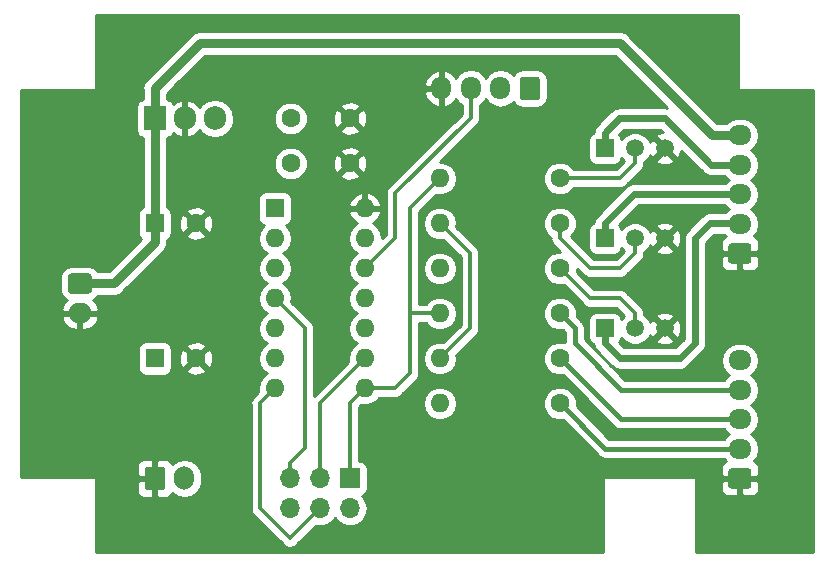
<source format=gbr>
G04 #@! TF.GenerationSoftware,KiCad,Pcbnew,(5.0.2)-1*
G04 #@! TF.CreationDate,2019-02-06T21:08:15+01:00*
G04 #@! TF.ProjectId,parkranger,7061726b-7261-46e6-9765-722e6b696361,rev?*
G04 #@! TF.SameCoordinates,Original*
G04 #@! TF.FileFunction,Copper,L2,Bot*
G04 #@! TF.FilePolarity,Positive*
%FSLAX46Y46*%
G04 Gerber Fmt 4.6, Leading zero omitted, Abs format (unit mm)*
G04 Created by KiCad (PCBNEW (5.0.2)-1) date 06.02.2019 21:08:15*
%MOMM*%
%LPD*%
G01*
G04 APERTURE LIST*
G04 #@! TA.AperFunction,ComponentPad*
%ADD10R,1.600000X1.600000*%
G04 #@! TD*
G04 #@! TA.AperFunction,ComponentPad*
%ADD11C,1.600000*%
G04 #@! TD*
G04 #@! TA.AperFunction,ComponentPad*
%ADD12O,2.000000X1.700000*%
G04 #@! TD*
G04 #@! TA.AperFunction,Conductor*
%ADD13C,0.100000*%
G04 #@! TD*
G04 #@! TA.AperFunction,ComponentPad*
%ADD14C,1.700000*%
G04 #@! TD*
G04 #@! TA.AperFunction,ComponentPad*
%ADD15O,1.700000X1.950000*%
G04 #@! TD*
G04 #@! TA.AperFunction,ComponentPad*
%ADD16O,1.950000X1.700000*%
G04 #@! TD*
G04 #@! TA.AperFunction,ComponentPad*
%ADD17O,1.700000X1.700000*%
G04 #@! TD*
G04 #@! TA.AperFunction,ComponentPad*
%ADD18R,1.700000X1.700000*%
G04 #@! TD*
G04 #@! TA.AperFunction,ComponentPad*
%ADD19O,1.600000X1.600000*%
G04 #@! TD*
G04 #@! TA.AperFunction,ComponentPad*
%ADD20O,1.905000X2.000000*%
G04 #@! TD*
G04 #@! TA.AperFunction,ComponentPad*
%ADD21R,1.905000X2.000000*%
G04 #@! TD*
G04 #@! TA.AperFunction,ComponentPad*
%ADD22R,1.500000X1.500000*%
G04 #@! TD*
G04 #@! TA.AperFunction,ComponentPad*
%ADD23C,1.500000*%
G04 #@! TD*
G04 #@! TA.AperFunction,ComponentPad*
%ADD24O,1.700000X2.000000*%
G04 #@! TD*
G04 #@! TA.AperFunction,ViaPad*
%ADD25C,0.800000*%
G04 #@! TD*
G04 #@! TA.AperFunction,Conductor*
%ADD26C,0.400000*%
G04 #@! TD*
G04 #@! TA.AperFunction,Conductor*
%ADD27C,0.300000*%
G04 #@! TD*
G04 #@! TA.AperFunction,Conductor*
%ADD28C,0.600000*%
G04 #@! TD*
G04 #@! TA.AperFunction,Conductor*
%ADD29C,0.800000*%
G04 #@! TD*
G04 #@! TA.AperFunction,Conductor*
%ADD30C,0.254000*%
G04 #@! TD*
G04 APERTURE END LIST*
D10*
G04 #@! TO.P,C2,1*
G04 #@! TO.N,+5V*
X162560000Y-111760000D03*
D11*
G04 #@! TO.P,C2,2*
G04 #@! TO.N,GND*
X166060000Y-111760000D03*
G04 #@! TD*
G04 #@! TO.P,C1,2*
G04 #@! TO.N,GND*
X166060000Y-100330000D03*
D10*
G04 #@! TO.P,C1,1*
G04 #@! TO.N,+12V*
X162560000Y-100330000D03*
G04 #@! TD*
D11*
G04 #@! TO.P,C3,2*
G04 #@! TO.N,+5V*
X174070000Y-91440000D03*
G04 #@! TO.P,C3,1*
G04 #@! TO.N,GND*
X179070000Y-91440000D03*
G04 #@! TD*
G04 #@! TO.P,C4,2*
G04 #@! TO.N,+5V*
X174070000Y-95250000D03*
G04 #@! TO.P,C4,1*
G04 #@! TO.N,GND*
X179070000Y-95250000D03*
G04 #@! TD*
D12*
G04 #@! TO.P,J1,2*
G04 #@! TO.N,GND*
X156210000Y-107910000D03*
D13*
G04 #@! TD*
G04 #@! TO.N,+12V*
G04 #@! TO.C,J1*
G36*
X156984504Y-104561204D02*
X157008773Y-104564804D01*
X157032571Y-104570765D01*
X157055671Y-104579030D01*
X157077849Y-104589520D01*
X157098893Y-104602133D01*
X157118598Y-104616747D01*
X157136777Y-104633223D01*
X157153253Y-104651402D01*
X157167867Y-104671107D01*
X157180480Y-104692151D01*
X157190970Y-104714329D01*
X157199235Y-104737429D01*
X157205196Y-104761227D01*
X157208796Y-104785496D01*
X157210000Y-104810000D01*
X157210000Y-106010000D01*
X157208796Y-106034504D01*
X157205196Y-106058773D01*
X157199235Y-106082571D01*
X157190970Y-106105671D01*
X157180480Y-106127849D01*
X157167867Y-106148893D01*
X157153253Y-106168598D01*
X157136777Y-106186777D01*
X157118598Y-106203253D01*
X157098893Y-106217867D01*
X157077849Y-106230480D01*
X157055671Y-106240970D01*
X157032571Y-106249235D01*
X157008773Y-106255196D01*
X156984504Y-106258796D01*
X156960000Y-106260000D01*
X155460000Y-106260000D01*
X155435496Y-106258796D01*
X155411227Y-106255196D01*
X155387429Y-106249235D01*
X155364329Y-106240970D01*
X155342151Y-106230480D01*
X155321107Y-106217867D01*
X155301402Y-106203253D01*
X155283223Y-106186777D01*
X155266747Y-106168598D01*
X155252133Y-106148893D01*
X155239520Y-106127849D01*
X155229030Y-106105671D01*
X155220765Y-106082571D01*
X155214804Y-106058773D01*
X155211204Y-106034504D01*
X155210000Y-106010000D01*
X155210000Y-104810000D01*
X155211204Y-104785496D01*
X155214804Y-104761227D01*
X155220765Y-104737429D01*
X155229030Y-104714329D01*
X155239520Y-104692151D01*
X155252133Y-104671107D01*
X155266747Y-104651402D01*
X155283223Y-104633223D01*
X155301402Y-104616747D01*
X155321107Y-104602133D01*
X155342151Y-104589520D01*
X155364329Y-104579030D01*
X155387429Y-104570765D01*
X155411227Y-104564804D01*
X155435496Y-104561204D01*
X155460000Y-104560000D01*
X156960000Y-104560000D01*
X156984504Y-104561204D01*
X156984504Y-104561204D01*
G37*
D14*
G04 #@! TO.P,J1,1*
G04 #@! TO.N,+12V*
X156210000Y-105410000D03*
G04 #@! TD*
D15*
G04 #@! TO.P,J3,4*
G04 #@! TO.N,GND*
X186810000Y-88900000D03*
G04 #@! TO.P,J3,3*
G04 #@! TO.N,Net-(J3-Pad3)*
X189310000Y-88900000D03*
G04 #@! TO.P,J3,2*
G04 #@! TO.N,Net-(J3-Pad2)*
X191810000Y-88900000D03*
D13*
G04 #@! TD*
G04 #@! TO.N,+5V*
G04 #@! TO.C,J3*
G36*
X194934504Y-87926204D02*
X194958773Y-87929804D01*
X194982571Y-87935765D01*
X195005671Y-87944030D01*
X195027849Y-87954520D01*
X195048893Y-87967133D01*
X195068598Y-87981747D01*
X195086777Y-87998223D01*
X195103253Y-88016402D01*
X195117867Y-88036107D01*
X195130480Y-88057151D01*
X195140970Y-88079329D01*
X195149235Y-88102429D01*
X195155196Y-88126227D01*
X195158796Y-88150496D01*
X195160000Y-88175000D01*
X195160000Y-89625000D01*
X195158796Y-89649504D01*
X195155196Y-89673773D01*
X195149235Y-89697571D01*
X195140970Y-89720671D01*
X195130480Y-89742849D01*
X195117867Y-89763893D01*
X195103253Y-89783598D01*
X195086777Y-89801777D01*
X195068598Y-89818253D01*
X195048893Y-89832867D01*
X195027849Y-89845480D01*
X195005671Y-89855970D01*
X194982571Y-89864235D01*
X194958773Y-89870196D01*
X194934504Y-89873796D01*
X194910000Y-89875000D01*
X193710000Y-89875000D01*
X193685496Y-89873796D01*
X193661227Y-89870196D01*
X193637429Y-89864235D01*
X193614329Y-89855970D01*
X193592151Y-89845480D01*
X193571107Y-89832867D01*
X193551402Y-89818253D01*
X193533223Y-89801777D01*
X193516747Y-89783598D01*
X193502133Y-89763893D01*
X193489520Y-89742849D01*
X193479030Y-89720671D01*
X193470765Y-89697571D01*
X193464804Y-89673773D01*
X193461204Y-89649504D01*
X193460000Y-89625000D01*
X193460000Y-88175000D01*
X193461204Y-88150496D01*
X193464804Y-88126227D01*
X193470765Y-88102429D01*
X193479030Y-88079329D01*
X193489520Y-88057151D01*
X193502133Y-88036107D01*
X193516747Y-88016402D01*
X193533223Y-87998223D01*
X193551402Y-87981747D01*
X193571107Y-87967133D01*
X193592151Y-87954520D01*
X193614329Y-87944030D01*
X193637429Y-87935765D01*
X193661227Y-87929804D01*
X193685496Y-87926204D01*
X193710000Y-87925000D01*
X194910000Y-87925000D01*
X194934504Y-87926204D01*
X194934504Y-87926204D01*
G37*
D14*
G04 #@! TO.P,J3,1*
G04 #@! TO.N,+5V*
X194310000Y-88900000D03*
G04 #@! TD*
D16*
G04 #@! TO.P,J4,5*
G04 #@! TO.N,+5V*
X212090000Y-111920000D03*
G04 #@! TO.P,J4,4*
G04 #@! TO.N,Net-(J4-Pad4)*
X212090000Y-114420000D03*
G04 #@! TO.P,J4,3*
G04 #@! TO.N,Net-(J4-Pad3)*
X212090000Y-116920000D03*
G04 #@! TO.P,J4,2*
G04 #@! TO.N,Net-(J4-Pad2)*
X212090000Y-119420000D03*
D13*
G04 #@! TD*
G04 #@! TO.N,GND*
G04 #@! TO.C,J4*
G36*
X212839504Y-121071204D02*
X212863773Y-121074804D01*
X212887571Y-121080765D01*
X212910671Y-121089030D01*
X212932849Y-121099520D01*
X212953893Y-121112133D01*
X212973598Y-121126747D01*
X212991777Y-121143223D01*
X213008253Y-121161402D01*
X213022867Y-121181107D01*
X213035480Y-121202151D01*
X213045970Y-121224329D01*
X213054235Y-121247429D01*
X213060196Y-121271227D01*
X213063796Y-121295496D01*
X213065000Y-121320000D01*
X213065000Y-122520000D01*
X213063796Y-122544504D01*
X213060196Y-122568773D01*
X213054235Y-122592571D01*
X213045970Y-122615671D01*
X213035480Y-122637849D01*
X213022867Y-122658893D01*
X213008253Y-122678598D01*
X212991777Y-122696777D01*
X212973598Y-122713253D01*
X212953893Y-122727867D01*
X212932849Y-122740480D01*
X212910671Y-122750970D01*
X212887571Y-122759235D01*
X212863773Y-122765196D01*
X212839504Y-122768796D01*
X212815000Y-122770000D01*
X211365000Y-122770000D01*
X211340496Y-122768796D01*
X211316227Y-122765196D01*
X211292429Y-122759235D01*
X211269329Y-122750970D01*
X211247151Y-122740480D01*
X211226107Y-122727867D01*
X211206402Y-122713253D01*
X211188223Y-122696777D01*
X211171747Y-122678598D01*
X211157133Y-122658893D01*
X211144520Y-122637849D01*
X211134030Y-122615671D01*
X211125765Y-122592571D01*
X211119804Y-122568773D01*
X211116204Y-122544504D01*
X211115000Y-122520000D01*
X211115000Y-121320000D01*
X211116204Y-121295496D01*
X211119804Y-121271227D01*
X211125765Y-121247429D01*
X211134030Y-121224329D01*
X211144520Y-121202151D01*
X211157133Y-121181107D01*
X211171747Y-121161402D01*
X211188223Y-121143223D01*
X211206402Y-121126747D01*
X211226107Y-121112133D01*
X211247151Y-121099520D01*
X211269329Y-121089030D01*
X211292429Y-121080765D01*
X211316227Y-121074804D01*
X211340496Y-121071204D01*
X211365000Y-121070000D01*
X212815000Y-121070000D01*
X212839504Y-121071204D01*
X212839504Y-121071204D01*
G37*
D14*
G04 #@! TO.P,J4,1*
G04 #@! TO.N,GND*
X212090000Y-121920000D03*
G04 #@! TD*
D16*
G04 #@! TO.P,J6,5*
G04 #@! TO.N,+12V*
X212090000Y-92870000D03*
G04 #@! TO.P,J6,4*
G04 #@! TO.N,Net-(J6-Pad4)*
X212090000Y-95370000D03*
G04 #@! TO.P,J6,3*
G04 #@! TO.N,Net-(J6-Pad3)*
X212090000Y-97870000D03*
G04 #@! TO.P,J6,2*
G04 #@! TO.N,Net-(J6-Pad2)*
X212090000Y-100370000D03*
D13*
G04 #@! TD*
G04 #@! TO.N,GND*
G04 #@! TO.C,J6*
G36*
X212839504Y-102021204D02*
X212863773Y-102024804D01*
X212887571Y-102030765D01*
X212910671Y-102039030D01*
X212932849Y-102049520D01*
X212953893Y-102062133D01*
X212973598Y-102076747D01*
X212991777Y-102093223D01*
X213008253Y-102111402D01*
X213022867Y-102131107D01*
X213035480Y-102152151D01*
X213045970Y-102174329D01*
X213054235Y-102197429D01*
X213060196Y-102221227D01*
X213063796Y-102245496D01*
X213065000Y-102270000D01*
X213065000Y-103470000D01*
X213063796Y-103494504D01*
X213060196Y-103518773D01*
X213054235Y-103542571D01*
X213045970Y-103565671D01*
X213035480Y-103587849D01*
X213022867Y-103608893D01*
X213008253Y-103628598D01*
X212991777Y-103646777D01*
X212973598Y-103663253D01*
X212953893Y-103677867D01*
X212932849Y-103690480D01*
X212910671Y-103700970D01*
X212887571Y-103709235D01*
X212863773Y-103715196D01*
X212839504Y-103718796D01*
X212815000Y-103720000D01*
X211365000Y-103720000D01*
X211340496Y-103718796D01*
X211316227Y-103715196D01*
X211292429Y-103709235D01*
X211269329Y-103700970D01*
X211247151Y-103690480D01*
X211226107Y-103677867D01*
X211206402Y-103663253D01*
X211188223Y-103646777D01*
X211171747Y-103628598D01*
X211157133Y-103608893D01*
X211144520Y-103587849D01*
X211134030Y-103565671D01*
X211125765Y-103542571D01*
X211119804Y-103518773D01*
X211116204Y-103494504D01*
X211115000Y-103470000D01*
X211115000Y-102270000D01*
X211116204Y-102245496D01*
X211119804Y-102221227D01*
X211125765Y-102197429D01*
X211134030Y-102174329D01*
X211144520Y-102152151D01*
X211157133Y-102131107D01*
X211171747Y-102111402D01*
X211188223Y-102093223D01*
X211206402Y-102076747D01*
X211226107Y-102062133D01*
X211247151Y-102049520D01*
X211269329Y-102039030D01*
X211292429Y-102030765D01*
X211316227Y-102024804D01*
X211340496Y-102021204D01*
X211365000Y-102020000D01*
X212815000Y-102020000D01*
X212839504Y-102021204D01*
X212839504Y-102021204D01*
G37*
D14*
G04 #@! TO.P,J6,1*
G04 #@! TO.N,GND*
X212090000Y-102870000D03*
G04 #@! TD*
D17*
G04 #@! TO.P,J2,6*
G04 #@! TO.N,GND*
X173990000Y-124460000D03*
G04 #@! TO.P,J2,5*
G04 #@! TO.N,Net-(J2-Pad5)*
X173990000Y-121920000D03*
G04 #@! TO.P,J2,4*
G04 #@! TO.N,Net-(J2-Pad4)*
X176530000Y-124460000D03*
G04 #@! TO.P,J2,3*
G04 #@! TO.N,Net-(J2-Pad3)*
X176530000Y-121920000D03*
G04 #@! TO.P,J2,2*
G04 #@! TO.N,+5V*
X179070000Y-124460000D03*
D18*
G04 #@! TO.P,J2,1*
G04 #@! TO.N,Net-(J2-Pad1)*
X179070000Y-121920000D03*
G04 #@! TD*
D19*
G04 #@! TO.P,U2,14*
G04 #@! TO.N,GND*
X180340000Y-99060000D03*
G04 #@! TO.P,U2,7*
G04 #@! TO.N,Net-(J2-Pad4)*
X172720000Y-114300000D03*
G04 #@! TO.P,U2,13*
G04 #@! TO.N,Net-(J3-Pad2)*
X180340000Y-101600000D03*
G04 #@! TO.P,U2,6*
G04 #@! TO.N,Net-(R3-Pad2)*
X172720000Y-111760000D03*
G04 #@! TO.P,U2,12*
G04 #@! TO.N,Net-(J3-Pad3)*
X180340000Y-104140000D03*
G04 #@! TO.P,U2,5*
G04 #@! TO.N,Net-(U2-Pad5)*
X172720000Y-109220000D03*
G04 #@! TO.P,U2,11*
G04 #@! TO.N,Net-(U2-Pad11)*
X180340000Y-106680000D03*
G04 #@! TO.P,U2,4*
G04 #@! TO.N,Net-(J2-Pad5)*
X172720000Y-106680000D03*
G04 #@! TO.P,U2,10*
G04 #@! TO.N,Net-(U2-Pad10)*
X180340000Y-109220000D03*
G04 #@! TO.P,U2,3*
G04 #@! TO.N,Net-(U2-Pad3)*
X172720000Y-104140000D03*
G04 #@! TO.P,U2,9*
G04 #@! TO.N,Net-(J2-Pad3)*
X180340000Y-111760000D03*
G04 #@! TO.P,U2,2*
G04 #@! TO.N,Net-(U2-Pad2)*
X172720000Y-101600000D03*
G04 #@! TO.P,U2,8*
G04 #@! TO.N,Net-(J2-Pad1)*
X180340000Y-114300000D03*
D10*
G04 #@! TO.P,U2,1*
G04 #@! TO.N,+5V*
X172720000Y-99060000D03*
G04 #@! TD*
D20*
G04 #@! TO.P,U1,3*
G04 #@! TO.N,+5V*
X167640000Y-91440000D03*
G04 #@! TO.P,U1,2*
G04 #@! TO.N,GND*
X165100000Y-91440000D03*
D21*
G04 #@! TO.P,U1,1*
G04 #@! TO.N,+12V*
X162560000Y-91440000D03*
G04 #@! TD*
D22*
G04 #@! TO.P,Q2,1*
G04 #@! TO.N,Net-(J6-Pad3)*
X200660000Y-101600000D03*
D23*
G04 #@! TO.P,Q2,3*
G04 #@! TO.N,GND*
X205740000Y-101600000D03*
G04 #@! TO.P,Q2,2*
G04 #@! TO.N,Net-(Q2-Pad2)*
X203200000Y-101600000D03*
G04 #@! TD*
D22*
G04 #@! TO.P,Q1,1*
G04 #@! TO.N,Net-(J6-Pad4)*
X200660000Y-93980000D03*
D23*
G04 #@! TO.P,Q1,3*
G04 #@! TO.N,GND*
X205740000Y-93980000D03*
G04 #@! TO.P,Q1,2*
G04 #@! TO.N,Net-(Q1-Pad2)*
X203200000Y-93980000D03*
G04 #@! TD*
D22*
G04 #@! TO.P,Q3,1*
G04 #@! TO.N,Net-(J6-Pad2)*
X200660000Y-109220000D03*
D23*
G04 #@! TO.P,Q3,3*
G04 #@! TO.N,GND*
X205740000Y-109220000D03*
G04 #@! TO.P,Q3,2*
G04 #@! TO.N,Net-(Q3-Pad2)*
X203200000Y-109220000D03*
G04 #@! TD*
D19*
G04 #@! TO.P,R5,2*
G04 #@! TO.N,Net-(J2-Pad4)*
X186690000Y-111760000D03*
D11*
G04 #@! TO.P,R5,1*
G04 #@! TO.N,Net-(J4-Pad3)*
X196850000Y-111760000D03*
G04 #@! TD*
D19*
G04 #@! TO.P,R6,2*
G04 #@! TO.N,Net-(R3-Pad2)*
X186690000Y-115570000D03*
D11*
G04 #@! TO.P,R6,1*
G04 #@! TO.N,Net-(J4-Pad2)*
X196850000Y-115570000D03*
G04 #@! TD*
D19*
G04 #@! TO.P,R1,2*
G04 #@! TO.N,Net-(J2-Pad1)*
X186690000Y-96520000D03*
D11*
G04 #@! TO.P,R1,1*
G04 #@! TO.N,Net-(Q1-Pad2)*
X196850000Y-96520000D03*
G04 #@! TD*
D19*
G04 #@! TO.P,R2,2*
G04 #@! TO.N,Net-(J2-Pad4)*
X186690000Y-100330000D03*
D11*
G04 #@! TO.P,R2,1*
G04 #@! TO.N,Net-(Q2-Pad2)*
X196850000Y-100330000D03*
G04 #@! TD*
D19*
G04 #@! TO.P,R3,2*
G04 #@! TO.N,Net-(R3-Pad2)*
X186690000Y-104140000D03*
D11*
G04 #@! TO.P,R3,1*
G04 #@! TO.N,Net-(Q3-Pad2)*
X196850000Y-104140000D03*
G04 #@! TD*
D19*
G04 #@! TO.P,R4,2*
G04 #@! TO.N,Net-(J2-Pad1)*
X186690000Y-107950000D03*
D11*
G04 #@! TO.P,R4,1*
G04 #@! TO.N,Net-(J4-Pad4)*
X196850000Y-107950000D03*
G04 #@! TD*
D24*
G04 #@! TO.P,J5,2*
G04 #@! TO.N,+5V*
X165060000Y-121920000D03*
D13*
G04 #@! TD*
G04 #@! TO.N,GND*
G04 #@! TO.C,J5*
G36*
X163184504Y-120921204D02*
X163208773Y-120924804D01*
X163232571Y-120930765D01*
X163255671Y-120939030D01*
X163277849Y-120949520D01*
X163298893Y-120962133D01*
X163318598Y-120976747D01*
X163336777Y-120993223D01*
X163353253Y-121011402D01*
X163367867Y-121031107D01*
X163380480Y-121052151D01*
X163390970Y-121074329D01*
X163399235Y-121097429D01*
X163405196Y-121121227D01*
X163408796Y-121145496D01*
X163410000Y-121170000D01*
X163410000Y-122670000D01*
X163408796Y-122694504D01*
X163405196Y-122718773D01*
X163399235Y-122742571D01*
X163390970Y-122765671D01*
X163380480Y-122787849D01*
X163367867Y-122808893D01*
X163353253Y-122828598D01*
X163336777Y-122846777D01*
X163318598Y-122863253D01*
X163298893Y-122877867D01*
X163277849Y-122890480D01*
X163255671Y-122900970D01*
X163232571Y-122909235D01*
X163208773Y-122915196D01*
X163184504Y-122918796D01*
X163160000Y-122920000D01*
X161960000Y-122920000D01*
X161935496Y-122918796D01*
X161911227Y-122915196D01*
X161887429Y-122909235D01*
X161864329Y-122900970D01*
X161842151Y-122890480D01*
X161821107Y-122877867D01*
X161801402Y-122863253D01*
X161783223Y-122846777D01*
X161766747Y-122828598D01*
X161752133Y-122808893D01*
X161739520Y-122787849D01*
X161729030Y-122765671D01*
X161720765Y-122742571D01*
X161714804Y-122718773D01*
X161711204Y-122694504D01*
X161710000Y-122670000D01*
X161710000Y-121170000D01*
X161711204Y-121145496D01*
X161714804Y-121121227D01*
X161720765Y-121097429D01*
X161729030Y-121074329D01*
X161739520Y-121052151D01*
X161752133Y-121031107D01*
X161766747Y-121011402D01*
X161783223Y-120993223D01*
X161801402Y-120976747D01*
X161821107Y-120962133D01*
X161842151Y-120949520D01*
X161864329Y-120939030D01*
X161887429Y-120930765D01*
X161911227Y-120924804D01*
X161935496Y-120921204D01*
X161960000Y-120920000D01*
X163160000Y-120920000D01*
X163184504Y-120921204D01*
X163184504Y-120921204D01*
G37*
D14*
G04 #@! TO.P,J5,1*
G04 #@! TO.N,GND*
X162560000Y-121920000D03*
G04 #@! TD*
D25*
G04 #@! TO.N,GND*
X193040000Y-124460000D03*
X182880000Y-91440000D03*
G04 #@! TD*
D26*
G04 #@! TO.N,Net-(J4-Pad2)*
X211965000Y-119420000D02*
X212090000Y-119420000D01*
X200700000Y-119420000D02*
X212090000Y-119420000D01*
X196850000Y-115570000D02*
X200700000Y-119420000D01*
D27*
G04 #@! TO.N,Net-(J2-Pad1)*
X179070000Y-115570000D02*
X180340000Y-114300000D01*
X179070000Y-121920000D02*
X179070000Y-115570000D01*
X182880000Y-114300000D02*
X180340000Y-114300000D01*
X184150000Y-113030000D02*
X182880000Y-114300000D01*
X186690000Y-96520000D02*
X184150000Y-99060000D01*
X186690000Y-107950000D02*
X184150000Y-107950000D01*
X184150000Y-99060000D02*
X184150000Y-107950000D01*
X184150000Y-107950000D02*
X184150000Y-113030000D01*
G04 #@! TO.N,Net-(Q3-Pad2)*
X203200000Y-107950000D02*
X203200000Y-109220000D01*
X201930000Y-106680000D02*
X203200000Y-107950000D01*
X196850000Y-104140000D02*
X199390000Y-106680000D01*
X199390000Y-106680000D02*
X201930000Y-106680000D01*
G04 #@! TO.N,Net-(Q2-Pad2)*
X203200000Y-102870000D02*
X203200000Y-101600000D01*
X201930000Y-104140000D02*
X203200000Y-102870000D01*
X199390000Y-104140000D02*
X201930000Y-104140000D01*
X196850000Y-100330000D02*
X196850000Y-101600000D01*
X196850000Y-101600000D02*
X199390000Y-104140000D01*
G04 #@! TO.N,Net-(J2-Pad4)*
X187489999Y-110960001D02*
X186690000Y-111760000D01*
X189230000Y-109220000D02*
X187489999Y-110960001D01*
X189230000Y-102870000D02*
X189230000Y-109220000D01*
X186690000Y-100330000D02*
X189230000Y-102870000D01*
X171450000Y-115570000D02*
X172720000Y-114300000D01*
X171450000Y-124460000D02*
X171450000Y-115570000D01*
X176530000Y-124460000D02*
X173990000Y-127000000D01*
X173990000Y-127000000D02*
X171450000Y-124460000D01*
G04 #@! TO.N,Net-(Q1-Pad2)*
X203200000Y-95250000D02*
X203200000Y-93980000D01*
X196850000Y-96520000D02*
X201930000Y-96520000D01*
X201930000Y-96520000D02*
X203200000Y-95250000D01*
D26*
G04 #@! TO.N,Net-(J4-Pad4)*
X198120000Y-109220000D02*
X196850000Y-107950000D01*
X198120000Y-110490000D02*
X198120000Y-109220000D01*
X212090000Y-114420000D02*
X202050000Y-114420000D01*
X202050000Y-114420000D02*
X198120000Y-110490000D01*
G04 #@! TO.N,Net-(J4-Pad3)*
X212090000Y-116920000D02*
X202010000Y-116920000D01*
X202010000Y-116920000D02*
X199390000Y-114300000D01*
X199390000Y-114300000D02*
X199470000Y-114380000D01*
X196850000Y-111760000D02*
X199390000Y-114300000D01*
D28*
G04 #@! TO.N,Net-(J6-Pad4)*
X205740000Y-91440000D02*
X209670000Y-95370000D01*
X210515000Y-95370000D02*
X212090000Y-95370000D01*
X200660000Y-92630000D02*
X201850000Y-91440000D01*
X200660000Y-93980000D02*
X200660000Y-92630000D01*
X209670000Y-95370000D02*
X210515000Y-95370000D01*
X201850000Y-91440000D02*
X205740000Y-91440000D01*
G04 #@! TO.N,Net-(J6-Pad2)*
X200660000Y-110490000D02*
X200660000Y-109220000D01*
D27*
X200740001Y-110570001D02*
X200660000Y-110490000D01*
D28*
X201930000Y-111760000D02*
X200740001Y-110570001D01*
X212050000Y-100330000D02*
X209550000Y-100330000D01*
X209550000Y-100330000D02*
X208280000Y-101600000D01*
X208280000Y-101600000D02*
X208280000Y-110490000D01*
X212090000Y-100370000D02*
X212050000Y-100330000D01*
X208280000Y-110490000D02*
X207010000Y-111760000D01*
X207010000Y-111760000D02*
X201930000Y-111760000D01*
G04 #@! TO.N,Net-(J6-Pad3)*
X200660000Y-100330000D02*
X200660000Y-101600000D01*
X212090000Y-97870000D02*
X203120000Y-97870000D01*
X203120000Y-97870000D02*
X200660000Y-100330000D01*
D29*
G04 #@! TO.N,+12V*
X162560000Y-91440000D02*
X162560000Y-100330000D01*
X162560000Y-101930000D02*
X162560000Y-100330000D01*
X156210000Y-105410000D02*
X159080000Y-105410000D01*
X159080000Y-105410000D02*
X162560000Y-101930000D01*
X209710000Y-92870000D02*
X212090000Y-92870000D01*
X201930000Y-85090000D02*
X209710000Y-92870000D01*
X166370000Y-85090000D02*
X201930000Y-85090000D01*
X162560000Y-91440000D02*
X162560000Y-88900000D01*
X162560000Y-88900000D02*
X166370000Y-85090000D01*
D27*
G04 #@! TO.N,Net-(J2-Pad3)*
X176530000Y-115570000D02*
X180340000Y-111760000D01*
X176530000Y-121920000D02*
X176530000Y-115570000D01*
G04 #@! TO.N,Net-(J2-Pad5)*
X173990000Y-120650000D02*
X173990000Y-121920000D01*
X175260000Y-119380000D02*
X173990000Y-120650000D01*
X172720000Y-106680000D02*
X175260000Y-109220000D01*
X175260000Y-109220000D02*
X175260000Y-119380000D01*
G04 #@! TO.N,Net-(J3-Pad3)*
X181139999Y-103340001D02*
X180340000Y-104140000D01*
X182880000Y-101600000D02*
X181139999Y-103340001D01*
X182880000Y-97790000D02*
X182880000Y-101600000D01*
X189310000Y-88900000D02*
X189310000Y-91360000D01*
X189310000Y-91360000D02*
X182880000Y-97790000D01*
G04 #@! TD*
D30*
G04 #@! TO.N,GND*
G36*
X211963000Y-88900000D02*
X211972667Y-88948601D01*
X212000197Y-88989803D01*
X212041399Y-89017333D01*
X212090000Y-89027000D01*
X218313000Y-89027000D01*
X218313000Y-128143000D01*
X208407000Y-128143000D01*
X208407000Y-122205750D01*
X210480000Y-122205750D01*
X210480000Y-122896309D01*
X210576673Y-123129698D01*
X210755301Y-123308327D01*
X210988690Y-123405000D01*
X211804250Y-123405000D01*
X211963000Y-123246250D01*
X211963000Y-122047000D01*
X212217000Y-122047000D01*
X212217000Y-123246250D01*
X212375750Y-123405000D01*
X213191310Y-123405000D01*
X213424699Y-123308327D01*
X213603327Y-123129698D01*
X213700000Y-122896309D01*
X213700000Y-122205750D01*
X213541250Y-122047000D01*
X212217000Y-122047000D01*
X211963000Y-122047000D01*
X210638750Y-122047000D01*
X210480000Y-122205750D01*
X208407000Y-122205750D01*
X208407000Y-121920000D01*
X208397333Y-121871399D01*
X208369803Y-121830197D01*
X208328601Y-121802667D01*
X208280000Y-121793000D01*
X200660000Y-121793000D01*
X200611399Y-121802667D01*
X200570197Y-121830197D01*
X200542667Y-121871399D01*
X200533000Y-121920000D01*
X200533000Y-128143000D01*
X157607000Y-128143000D01*
X157607000Y-122205750D01*
X161075000Y-122205750D01*
X161075000Y-123046310D01*
X161171673Y-123279699D01*
X161350302Y-123458327D01*
X161583691Y-123555000D01*
X162274250Y-123555000D01*
X162433000Y-123396250D01*
X162433000Y-122047000D01*
X161233750Y-122047000D01*
X161075000Y-122205750D01*
X157607000Y-122205750D01*
X157607000Y-121920000D01*
X157597333Y-121871399D01*
X157569803Y-121830197D01*
X157528601Y-121802667D01*
X157480000Y-121793000D01*
X151257000Y-121793000D01*
X151257000Y-120793690D01*
X161075000Y-120793690D01*
X161075000Y-121634250D01*
X161233750Y-121793000D01*
X162433000Y-121793000D01*
X162433000Y-120443750D01*
X162687000Y-120443750D01*
X162687000Y-121793000D01*
X162707000Y-121793000D01*
X162707000Y-122047000D01*
X162687000Y-122047000D01*
X162687000Y-123396250D01*
X162845750Y-123555000D01*
X163536309Y-123555000D01*
X163769698Y-123458327D01*
X163948327Y-123279699D01*
X164002344Y-123149291D01*
X164480583Y-123468839D01*
X165060000Y-123584092D01*
X165639418Y-123468839D01*
X166130625Y-123140625D01*
X166458839Y-122649417D01*
X166545000Y-122216255D01*
X166545000Y-121623744D01*
X166458839Y-121190582D01*
X166130625Y-120699375D01*
X165639417Y-120371161D01*
X165060000Y-120255908D01*
X164480582Y-120371161D01*
X164002344Y-120690709D01*
X163948327Y-120560301D01*
X163769698Y-120381673D01*
X163536309Y-120285000D01*
X162845750Y-120285000D01*
X162687000Y-120443750D01*
X162433000Y-120443750D01*
X162274250Y-120285000D01*
X161583691Y-120285000D01*
X161350302Y-120381673D01*
X161171673Y-120560301D01*
X161075000Y-120793690D01*
X151257000Y-120793690D01*
X151257000Y-115570000D01*
X170649622Y-115570000D01*
X170665001Y-115647317D01*
X170665000Y-124382688D01*
X170649622Y-124460000D01*
X170665000Y-124537312D01*
X170665000Y-124537315D01*
X170710546Y-124766291D01*
X170884047Y-125025953D01*
X170949592Y-125069749D01*
X173380253Y-127500411D01*
X173424047Y-127565953D01*
X173489589Y-127609747D01*
X173489591Y-127609749D01*
X173683707Y-127739453D01*
X173683708Y-127739453D01*
X173683709Y-127739454D01*
X173913947Y-127785250D01*
X173989999Y-127800378D01*
X173990000Y-127800378D01*
X174296291Y-127739454D01*
X174490408Y-127609749D01*
X174490409Y-127609748D01*
X174555953Y-127565953D01*
X174599748Y-127500409D01*
X176193082Y-125907075D01*
X176383744Y-125945000D01*
X176676256Y-125945000D01*
X177109418Y-125858839D01*
X177600625Y-125530625D01*
X177800000Y-125232239D01*
X177999375Y-125530625D01*
X178490582Y-125858839D01*
X178923744Y-125945000D01*
X179216256Y-125945000D01*
X179649418Y-125858839D01*
X180140625Y-125530625D01*
X180468839Y-125039418D01*
X180584092Y-124460000D01*
X180468839Y-123880582D01*
X180140625Y-123389375D01*
X180122381Y-123377184D01*
X180167765Y-123368157D01*
X180377809Y-123227809D01*
X180518157Y-123017765D01*
X180567440Y-122770000D01*
X180567440Y-121070000D01*
X180518157Y-120822235D01*
X180377809Y-120612191D01*
X180167765Y-120471843D01*
X179920000Y-120422560D01*
X179855000Y-120422560D01*
X179855000Y-115895157D01*
X180045604Y-115704554D01*
X180198667Y-115735000D01*
X180481333Y-115735000D01*
X180899909Y-115651740D01*
X181022241Y-115570000D01*
X185226887Y-115570000D01*
X185338260Y-116129909D01*
X185655423Y-116604577D01*
X186130091Y-116921740D01*
X186548667Y-117005000D01*
X186831333Y-117005000D01*
X187249909Y-116921740D01*
X187724577Y-116604577D01*
X188041740Y-116129909D01*
X188153113Y-115570000D01*
X188041740Y-115010091D01*
X187724577Y-114535423D01*
X187249909Y-114218260D01*
X186831333Y-114135000D01*
X186548667Y-114135000D01*
X186130091Y-114218260D01*
X185655423Y-114535423D01*
X185338260Y-115010091D01*
X185226887Y-115570000D01*
X181022241Y-115570000D01*
X181374577Y-115334577D01*
X181541339Y-115085000D01*
X182802688Y-115085000D01*
X182880000Y-115100378D01*
X182957312Y-115085000D01*
X182957316Y-115085000D01*
X183186292Y-115039454D01*
X183445953Y-114865953D01*
X183489749Y-114800408D01*
X184650411Y-113639747D01*
X184715953Y-113595953D01*
X184759747Y-113530411D01*
X184759749Y-113530409D01*
X184843544Y-113405000D01*
X184889454Y-113336292D01*
X184935000Y-113107316D01*
X184935000Y-113107312D01*
X184950378Y-113030001D01*
X184935000Y-112952690D01*
X184935000Y-108735000D01*
X185488661Y-108735000D01*
X185655423Y-108984577D01*
X186130091Y-109301740D01*
X186548667Y-109385000D01*
X186831333Y-109385000D01*
X187249909Y-109301740D01*
X187724577Y-108984577D01*
X188041740Y-108509909D01*
X188153113Y-107950000D01*
X188041740Y-107390091D01*
X187724577Y-106915423D01*
X187249909Y-106598260D01*
X186831333Y-106515000D01*
X186548667Y-106515000D01*
X186130091Y-106598260D01*
X185655423Y-106915423D01*
X185488661Y-107165000D01*
X184935000Y-107165000D01*
X184935000Y-104140000D01*
X185226887Y-104140000D01*
X185338260Y-104699909D01*
X185655423Y-105174577D01*
X186130091Y-105491740D01*
X186548667Y-105575000D01*
X186831333Y-105575000D01*
X187249909Y-105491740D01*
X187724577Y-105174577D01*
X188041740Y-104699909D01*
X188153113Y-104140000D01*
X188041740Y-103580091D01*
X187724577Y-103105423D01*
X187249909Y-102788260D01*
X186831333Y-102705000D01*
X186548667Y-102705000D01*
X186130091Y-102788260D01*
X185655423Y-103105423D01*
X185338260Y-103580091D01*
X185226887Y-104140000D01*
X184935000Y-104140000D01*
X184935000Y-100330000D01*
X185226887Y-100330000D01*
X185338260Y-100889909D01*
X185655423Y-101364577D01*
X186130091Y-101681740D01*
X186548667Y-101765000D01*
X186831333Y-101765000D01*
X186984396Y-101734554D01*
X188445000Y-103195158D01*
X188445001Y-108894841D01*
X186989593Y-110350250D01*
X186989590Y-110350252D01*
X186984396Y-110355446D01*
X186831333Y-110325000D01*
X186548667Y-110325000D01*
X186130091Y-110408260D01*
X185655423Y-110725423D01*
X185338260Y-111200091D01*
X185226887Y-111760000D01*
X185338260Y-112319909D01*
X185655423Y-112794577D01*
X186130091Y-113111740D01*
X186548667Y-113195000D01*
X186831333Y-113195000D01*
X187249909Y-113111740D01*
X187724577Y-112794577D01*
X188041740Y-112319909D01*
X188153113Y-111760000D01*
X188094554Y-111465604D01*
X188099748Y-111460410D01*
X188099750Y-111460407D01*
X189730411Y-109829747D01*
X189795953Y-109785953D01*
X189839747Y-109720411D01*
X189839749Y-109720409D01*
X189969454Y-109526292D01*
X189989636Y-109424829D01*
X190015000Y-109297316D01*
X190015000Y-109297313D01*
X190030378Y-109220001D01*
X190015000Y-109142689D01*
X190015000Y-107664561D01*
X195415000Y-107664561D01*
X195415000Y-108235439D01*
X195633466Y-108762862D01*
X196037138Y-109166534D01*
X196564561Y-109385000D01*
X197104132Y-109385000D01*
X197285001Y-109565868D01*
X197285000Y-110386950D01*
X197135439Y-110325000D01*
X196564561Y-110325000D01*
X196037138Y-110543466D01*
X195633466Y-110947138D01*
X195415000Y-111474561D01*
X195415000Y-112045439D01*
X195633466Y-112572862D01*
X196037138Y-112976534D01*
X196564561Y-113195000D01*
X197104132Y-113195000D01*
X198857715Y-114948584D01*
X198857721Y-114948588D01*
X201361415Y-117452283D01*
X201407999Y-117522001D01*
X201684199Y-117706552D01*
X201927763Y-117755000D01*
X202010000Y-117771358D01*
X202092237Y-117755000D01*
X210736935Y-117755000D01*
X210894375Y-117990625D01*
X211162829Y-118170000D01*
X210894375Y-118349375D01*
X210736935Y-118585000D01*
X201045868Y-118585000D01*
X198285000Y-115824133D01*
X198285000Y-115284561D01*
X198066534Y-114757138D01*
X197662862Y-114353466D01*
X197135439Y-114135000D01*
X196564561Y-114135000D01*
X196037138Y-114353466D01*
X195633466Y-114757138D01*
X195415000Y-115284561D01*
X195415000Y-115855439D01*
X195633466Y-116382862D01*
X196037138Y-116786534D01*
X196564561Y-117005000D01*
X197104133Y-117005000D01*
X200051415Y-119952283D01*
X200097999Y-120022001D01*
X200374199Y-120206552D01*
X200617763Y-120255000D01*
X200617766Y-120255000D01*
X200699999Y-120271357D01*
X200782232Y-120255000D01*
X210736935Y-120255000D01*
X210885709Y-120477656D01*
X210755301Y-120531673D01*
X210576673Y-120710302D01*
X210480000Y-120943691D01*
X210480000Y-121634250D01*
X210638750Y-121793000D01*
X211963000Y-121793000D01*
X211963000Y-121773000D01*
X212217000Y-121773000D01*
X212217000Y-121793000D01*
X213541250Y-121793000D01*
X213700000Y-121634250D01*
X213700000Y-120943691D01*
X213603327Y-120710302D01*
X213424699Y-120531673D01*
X213294291Y-120477656D01*
X213613839Y-119999418D01*
X213729092Y-119420000D01*
X213613839Y-118840582D01*
X213285625Y-118349375D01*
X213017171Y-118170000D01*
X213285625Y-117990625D01*
X213613839Y-117499418D01*
X213729092Y-116920000D01*
X213613839Y-116340582D01*
X213285625Y-115849375D01*
X213017171Y-115670000D01*
X213285625Y-115490625D01*
X213613839Y-114999418D01*
X213729092Y-114420000D01*
X213613839Y-113840582D01*
X213285625Y-113349375D01*
X213017171Y-113170000D01*
X213285625Y-112990625D01*
X213613839Y-112499418D01*
X213729092Y-111920000D01*
X213613839Y-111340582D01*
X213285625Y-110849375D01*
X212794418Y-110521161D01*
X212361256Y-110435000D01*
X211818744Y-110435000D01*
X211385582Y-110521161D01*
X210894375Y-110849375D01*
X210566161Y-111340582D01*
X210450908Y-111920000D01*
X210566161Y-112499418D01*
X210894375Y-112990625D01*
X211162829Y-113170000D01*
X210894375Y-113349375D01*
X210736935Y-113585000D01*
X202395869Y-113585000D01*
X198955000Y-110144133D01*
X198955000Y-109302232D01*
X198971357Y-109219999D01*
X198955000Y-109137766D01*
X198955000Y-109137763D01*
X198906552Y-108894199D01*
X198722001Y-108617999D01*
X198652282Y-108571415D01*
X198285000Y-108204132D01*
X198285000Y-107664561D01*
X198066534Y-107137138D01*
X197662862Y-106733466D01*
X197135439Y-106515000D01*
X196564561Y-106515000D01*
X196037138Y-106733466D01*
X195633466Y-107137138D01*
X195415000Y-107664561D01*
X190015000Y-107664561D01*
X190015000Y-102947310D01*
X190030378Y-102869999D01*
X190015000Y-102792688D01*
X190015000Y-102792684D01*
X189969454Y-102563708D01*
X189914023Y-102480750D01*
X189839749Y-102369591D01*
X189839747Y-102369589D01*
X189795953Y-102304047D01*
X189730411Y-102260253D01*
X188094554Y-100624396D01*
X188153113Y-100330000D01*
X188041740Y-99770091D01*
X187724577Y-99295423D01*
X187249909Y-98978260D01*
X186831333Y-98895000D01*
X186548667Y-98895000D01*
X186130091Y-98978260D01*
X185655423Y-99295423D01*
X185338260Y-99770091D01*
X185226887Y-100330000D01*
X184935000Y-100330000D01*
X184935000Y-99385157D01*
X186395604Y-97924554D01*
X186548667Y-97955000D01*
X186831333Y-97955000D01*
X187249909Y-97871740D01*
X187724577Y-97554577D01*
X188041740Y-97079909D01*
X188153113Y-96520000D01*
X188041740Y-95960091D01*
X187724577Y-95485423D01*
X187249909Y-95168260D01*
X186831333Y-95085000D01*
X186695158Y-95085000D01*
X189810411Y-91969747D01*
X189875953Y-91925953D01*
X189919747Y-91860411D01*
X189919749Y-91860409D01*
X189994023Y-91749250D01*
X190049454Y-91666292D01*
X190095000Y-91437316D01*
X190095000Y-91437312D01*
X190110378Y-91360001D01*
X190095000Y-91282690D01*
X190095000Y-90286473D01*
X190380625Y-90095625D01*
X190560000Y-89827171D01*
X190739375Y-90095625D01*
X191230582Y-90423839D01*
X191810000Y-90539092D01*
X192389417Y-90423839D01*
X192880625Y-90095625D01*
X192923242Y-90031844D01*
X193075414Y-90259586D01*
X193366565Y-90454126D01*
X193710000Y-90522440D01*
X194910000Y-90522440D01*
X195253435Y-90454126D01*
X195544586Y-90259586D01*
X195739126Y-89968435D01*
X195807440Y-89625000D01*
X195807440Y-88175000D01*
X195739126Y-87831565D01*
X195544586Y-87540414D01*
X195253435Y-87345874D01*
X194910000Y-87277560D01*
X193710000Y-87277560D01*
X193366565Y-87345874D01*
X193075414Y-87540414D01*
X192923242Y-87768156D01*
X192880625Y-87704375D01*
X192389418Y-87376161D01*
X191810000Y-87260908D01*
X191230583Y-87376161D01*
X190739375Y-87704375D01*
X190560000Y-87972829D01*
X190380625Y-87704375D01*
X189889418Y-87376161D01*
X189310000Y-87260908D01*
X188730583Y-87376161D01*
X188239375Y-87704375D01*
X188056754Y-87977687D01*
X187681193Y-87572503D01*
X187166890Y-87333524D01*
X186937000Y-87454845D01*
X186937000Y-88773000D01*
X186957000Y-88773000D01*
X186957000Y-89027000D01*
X186937000Y-89027000D01*
X186937000Y-90345155D01*
X187166890Y-90466476D01*
X187681193Y-90227497D01*
X188056754Y-89822313D01*
X188239375Y-90095625D01*
X188525001Y-90286474D01*
X188525001Y-91034841D01*
X182379592Y-97180251D01*
X182314047Y-97224047D01*
X182270251Y-97289592D01*
X182241339Y-97332862D01*
X182140546Y-97483709D01*
X182095000Y-97712685D01*
X182095000Y-97712688D01*
X182079622Y-97790000D01*
X182095000Y-97867312D01*
X182095001Y-101274841D01*
X181797593Y-101572249D01*
X181691740Y-101040091D01*
X181374577Y-100565423D01*
X180990892Y-100309053D01*
X181195134Y-100212389D01*
X181571041Y-99797423D01*
X181731904Y-99409039D01*
X181609915Y-99187000D01*
X180467000Y-99187000D01*
X180467000Y-99207000D01*
X180213000Y-99207000D01*
X180213000Y-99187000D01*
X179070085Y-99187000D01*
X178948096Y-99409039D01*
X179108959Y-99797423D01*
X179484866Y-100212389D01*
X179689108Y-100309053D01*
X179305423Y-100565423D01*
X178988260Y-101040091D01*
X178876887Y-101600000D01*
X178988260Y-102159909D01*
X179305423Y-102634577D01*
X179657758Y-102870000D01*
X179305423Y-103105423D01*
X178988260Y-103580091D01*
X178876887Y-104140000D01*
X178988260Y-104699909D01*
X179305423Y-105174577D01*
X179657758Y-105410000D01*
X179305423Y-105645423D01*
X178988260Y-106120091D01*
X178876887Y-106680000D01*
X178988260Y-107239909D01*
X179305423Y-107714577D01*
X179657758Y-107950000D01*
X179305423Y-108185423D01*
X178988260Y-108660091D01*
X178876887Y-109220000D01*
X178988260Y-109779909D01*
X179305423Y-110254577D01*
X179657758Y-110490000D01*
X179305423Y-110725423D01*
X178988260Y-111200091D01*
X178876887Y-111760000D01*
X178935446Y-112054397D01*
X176045000Y-114944843D01*
X176045000Y-109297310D01*
X176060378Y-109219999D01*
X176045000Y-109142688D01*
X176045000Y-109142684D01*
X175999454Y-108913708D01*
X175924843Y-108802045D01*
X175869749Y-108719591D01*
X175869747Y-108719589D01*
X175825953Y-108654047D01*
X175760411Y-108610253D01*
X174124554Y-106974396D01*
X174183113Y-106680000D01*
X174071740Y-106120091D01*
X173754577Y-105645423D01*
X173402242Y-105410000D01*
X173754577Y-105174577D01*
X174071740Y-104699909D01*
X174183113Y-104140000D01*
X174071740Y-103580091D01*
X173754577Y-103105423D01*
X173402242Y-102870000D01*
X173754577Y-102634577D01*
X174071740Y-102159909D01*
X174183113Y-101600000D01*
X174071740Y-101040091D01*
X173754577Y-100565423D01*
X173633894Y-100484785D01*
X173767765Y-100458157D01*
X173977809Y-100317809D01*
X174118157Y-100107765D01*
X174167440Y-99860000D01*
X174167440Y-98710961D01*
X178948096Y-98710961D01*
X179070085Y-98933000D01*
X180213000Y-98933000D01*
X180213000Y-97789371D01*
X180467000Y-97789371D01*
X180467000Y-98933000D01*
X181609915Y-98933000D01*
X181731904Y-98710961D01*
X181571041Y-98322577D01*
X181195134Y-97907611D01*
X180689041Y-97668086D01*
X180467000Y-97789371D01*
X180213000Y-97789371D01*
X179990959Y-97668086D01*
X179484866Y-97907611D01*
X179108959Y-98322577D01*
X178948096Y-98710961D01*
X174167440Y-98710961D01*
X174167440Y-98260000D01*
X174118157Y-98012235D01*
X173977809Y-97802191D01*
X173767765Y-97661843D01*
X173520000Y-97612560D01*
X171920000Y-97612560D01*
X171672235Y-97661843D01*
X171462191Y-97802191D01*
X171321843Y-98012235D01*
X171272560Y-98260000D01*
X171272560Y-99860000D01*
X171321843Y-100107765D01*
X171462191Y-100317809D01*
X171672235Y-100458157D01*
X171806106Y-100484785D01*
X171685423Y-100565423D01*
X171368260Y-101040091D01*
X171256887Y-101600000D01*
X171368260Y-102159909D01*
X171685423Y-102634577D01*
X172037758Y-102870000D01*
X171685423Y-103105423D01*
X171368260Y-103580091D01*
X171256887Y-104140000D01*
X171368260Y-104699909D01*
X171685423Y-105174577D01*
X172037758Y-105410000D01*
X171685423Y-105645423D01*
X171368260Y-106120091D01*
X171256887Y-106680000D01*
X171368260Y-107239909D01*
X171685423Y-107714577D01*
X172037758Y-107950000D01*
X171685423Y-108185423D01*
X171368260Y-108660091D01*
X171256887Y-109220000D01*
X171368260Y-109779909D01*
X171685423Y-110254577D01*
X172037758Y-110490000D01*
X171685423Y-110725423D01*
X171368260Y-111200091D01*
X171256887Y-111760000D01*
X171368260Y-112319909D01*
X171685423Y-112794577D01*
X172037758Y-113030000D01*
X171685423Y-113265423D01*
X171368260Y-113740091D01*
X171256887Y-114300000D01*
X171315446Y-114594396D01*
X170949590Y-114960253D01*
X170884048Y-115004047D01*
X170840254Y-115069589D01*
X170840251Y-115069592D01*
X170710546Y-115263709D01*
X170649622Y-115570000D01*
X151257000Y-115570000D01*
X151257000Y-110960000D01*
X161112560Y-110960000D01*
X161112560Y-112560000D01*
X161161843Y-112807765D01*
X161302191Y-113017809D01*
X161512235Y-113158157D01*
X161760000Y-113207440D01*
X163360000Y-113207440D01*
X163607765Y-113158157D01*
X163817809Y-113017809D01*
X163958157Y-112807765D01*
X163966117Y-112767745D01*
X165231861Y-112767745D01*
X165305995Y-113013864D01*
X165843223Y-113206965D01*
X166413454Y-113179778D01*
X166814005Y-113013864D01*
X166888139Y-112767745D01*
X166060000Y-111939605D01*
X165231861Y-112767745D01*
X163966117Y-112767745D01*
X164007440Y-112560000D01*
X164007440Y-111543223D01*
X164613035Y-111543223D01*
X164640222Y-112113454D01*
X164806136Y-112514005D01*
X165052255Y-112588139D01*
X165880395Y-111760000D01*
X166239605Y-111760000D01*
X167067745Y-112588139D01*
X167313864Y-112514005D01*
X167506965Y-111976777D01*
X167479778Y-111406546D01*
X167313864Y-111005995D01*
X167067745Y-110931861D01*
X166239605Y-111760000D01*
X165880395Y-111760000D01*
X165052255Y-110931861D01*
X164806136Y-111005995D01*
X164613035Y-111543223D01*
X164007440Y-111543223D01*
X164007440Y-110960000D01*
X163966118Y-110752255D01*
X165231861Y-110752255D01*
X166060000Y-111580395D01*
X166888139Y-110752255D01*
X166814005Y-110506136D01*
X166276777Y-110313035D01*
X165706546Y-110340222D01*
X165305995Y-110506136D01*
X165231861Y-110752255D01*
X163966118Y-110752255D01*
X163958157Y-110712235D01*
X163817809Y-110502191D01*
X163607765Y-110361843D01*
X163360000Y-110312560D01*
X161760000Y-110312560D01*
X161512235Y-110361843D01*
X161302191Y-110502191D01*
X161161843Y-110712235D01*
X161112560Y-110960000D01*
X151257000Y-110960000D01*
X151257000Y-108266890D01*
X154618524Y-108266890D01*
X154620447Y-108279260D01*
X154871336Y-108802045D01*
X155303188Y-109189024D01*
X155850258Y-109381284D01*
X156083000Y-109237231D01*
X156083000Y-108037000D01*
X156337000Y-108037000D01*
X156337000Y-109237231D01*
X156569742Y-109381284D01*
X157116812Y-109189024D01*
X157548664Y-108802045D01*
X157799553Y-108279260D01*
X157801476Y-108266890D01*
X157680155Y-108037000D01*
X156337000Y-108037000D01*
X156083000Y-108037000D01*
X154739845Y-108037000D01*
X154618524Y-108266890D01*
X151257000Y-108266890D01*
X151257000Y-104810000D01*
X154562560Y-104810000D01*
X154562560Y-106010000D01*
X154630874Y-106353435D01*
X154825414Y-106644586D01*
X155090407Y-106821648D01*
X154871336Y-107017955D01*
X154620447Y-107540740D01*
X154618524Y-107553110D01*
X154739845Y-107783000D01*
X156083000Y-107783000D01*
X156083000Y-107763000D01*
X156337000Y-107763000D01*
X156337000Y-107783000D01*
X157680155Y-107783000D01*
X157801476Y-107553110D01*
X157799553Y-107540740D01*
X157548664Y-107017955D01*
X157329593Y-106821648D01*
X157594586Y-106644586D01*
X157727944Y-106445000D01*
X158978066Y-106445000D01*
X159080000Y-106465276D01*
X159181934Y-106445000D01*
X159181935Y-106445000D01*
X159483837Y-106384948D01*
X159826193Y-106156193D01*
X159883937Y-106069773D01*
X163219776Y-102733935D01*
X163306193Y-102676193D01*
X163534948Y-102333837D01*
X163595000Y-102031935D01*
X163595000Y-102031934D01*
X163615276Y-101930001D01*
X163595000Y-101828066D01*
X163595000Y-101730696D01*
X163607765Y-101728157D01*
X163817809Y-101587809D01*
X163958157Y-101377765D01*
X163966117Y-101337745D01*
X165231861Y-101337745D01*
X165305995Y-101583864D01*
X165843223Y-101776965D01*
X166413454Y-101749778D01*
X166814005Y-101583864D01*
X166888139Y-101337745D01*
X166060000Y-100509605D01*
X165231861Y-101337745D01*
X163966117Y-101337745D01*
X164007440Y-101130000D01*
X164007440Y-100113223D01*
X164613035Y-100113223D01*
X164640222Y-100683454D01*
X164806136Y-101084005D01*
X165052255Y-101158139D01*
X165880395Y-100330000D01*
X166239605Y-100330000D01*
X167067745Y-101158139D01*
X167313864Y-101084005D01*
X167506965Y-100546777D01*
X167479778Y-99976546D01*
X167313864Y-99575995D01*
X167067745Y-99501861D01*
X166239605Y-100330000D01*
X165880395Y-100330000D01*
X165052255Y-99501861D01*
X164806136Y-99575995D01*
X164613035Y-100113223D01*
X164007440Y-100113223D01*
X164007440Y-99530000D01*
X163966118Y-99322255D01*
X165231861Y-99322255D01*
X166060000Y-100150395D01*
X166888139Y-99322255D01*
X166814005Y-99076136D01*
X166276777Y-98883035D01*
X165706546Y-98910222D01*
X165305995Y-99076136D01*
X165231861Y-99322255D01*
X163966118Y-99322255D01*
X163958157Y-99282235D01*
X163817809Y-99072191D01*
X163607765Y-98931843D01*
X163595000Y-98929304D01*
X163595000Y-94964561D01*
X172635000Y-94964561D01*
X172635000Y-95535439D01*
X172853466Y-96062862D01*
X173257138Y-96466534D01*
X173784561Y-96685000D01*
X174355439Y-96685000D01*
X174882862Y-96466534D01*
X175091651Y-96257745D01*
X178241861Y-96257745D01*
X178315995Y-96503864D01*
X178853223Y-96696965D01*
X179423454Y-96669778D01*
X179824005Y-96503864D01*
X179898139Y-96257745D01*
X179070000Y-95429605D01*
X178241861Y-96257745D01*
X175091651Y-96257745D01*
X175286534Y-96062862D01*
X175505000Y-95535439D01*
X175505000Y-95033223D01*
X177623035Y-95033223D01*
X177650222Y-95603454D01*
X177816136Y-96004005D01*
X178062255Y-96078139D01*
X178890395Y-95250000D01*
X179249605Y-95250000D01*
X180077745Y-96078139D01*
X180323864Y-96004005D01*
X180516965Y-95466777D01*
X180489778Y-94896546D01*
X180323864Y-94495995D01*
X180077745Y-94421861D01*
X179249605Y-95250000D01*
X178890395Y-95250000D01*
X178062255Y-94421861D01*
X177816136Y-94495995D01*
X177623035Y-95033223D01*
X175505000Y-95033223D01*
X175505000Y-94964561D01*
X175286534Y-94437138D01*
X175091651Y-94242255D01*
X178241861Y-94242255D01*
X179070000Y-95070395D01*
X179898139Y-94242255D01*
X179824005Y-93996136D01*
X179286777Y-93803035D01*
X178716546Y-93830222D01*
X178315995Y-93996136D01*
X178241861Y-94242255D01*
X175091651Y-94242255D01*
X174882862Y-94033466D01*
X174355439Y-93815000D01*
X173784561Y-93815000D01*
X173257138Y-94033466D01*
X172853466Y-94437138D01*
X172635000Y-94964561D01*
X163595000Y-94964561D01*
X163595000Y-93071030D01*
X163760265Y-93038157D01*
X163970309Y-92897809D01*
X164107255Y-92692857D01*
X164233076Y-92815973D01*
X164727020Y-93030563D01*
X164973000Y-92910594D01*
X164973000Y-91567000D01*
X164953000Y-91567000D01*
X164953000Y-91313000D01*
X164973000Y-91313000D01*
X164973000Y-89969406D01*
X165227000Y-89969406D01*
X165227000Y-91313000D01*
X165247000Y-91313000D01*
X165247000Y-91567000D01*
X165227000Y-91567000D01*
X165227000Y-92910594D01*
X165472980Y-93030563D01*
X165966924Y-92815973D01*
X166360841Y-92430526D01*
X166495477Y-92632023D01*
X167020590Y-92982891D01*
X167640000Y-93106100D01*
X168259411Y-92982891D01*
X168784523Y-92632023D01*
X169135391Y-92106910D01*
X169227500Y-91643849D01*
X169227500Y-91236150D01*
X169211271Y-91154561D01*
X172635000Y-91154561D01*
X172635000Y-91725439D01*
X172853466Y-92252862D01*
X173257138Y-92656534D01*
X173784561Y-92875000D01*
X174355439Y-92875000D01*
X174882862Y-92656534D01*
X175091651Y-92447745D01*
X178241861Y-92447745D01*
X178315995Y-92693864D01*
X178853223Y-92886965D01*
X179423454Y-92859778D01*
X179824005Y-92693864D01*
X179898139Y-92447745D01*
X179070000Y-91619605D01*
X178241861Y-92447745D01*
X175091651Y-92447745D01*
X175286534Y-92252862D01*
X175505000Y-91725439D01*
X175505000Y-91223223D01*
X177623035Y-91223223D01*
X177650222Y-91793454D01*
X177816136Y-92194005D01*
X178062255Y-92268139D01*
X178890395Y-91440000D01*
X179249605Y-91440000D01*
X180077745Y-92268139D01*
X180323864Y-92194005D01*
X180516965Y-91656777D01*
X180489778Y-91086546D01*
X180323864Y-90685995D01*
X180077745Y-90611861D01*
X179249605Y-91440000D01*
X178890395Y-91440000D01*
X178062255Y-90611861D01*
X177816136Y-90685995D01*
X177623035Y-91223223D01*
X175505000Y-91223223D01*
X175505000Y-91154561D01*
X175286534Y-90627138D01*
X175091651Y-90432255D01*
X178241861Y-90432255D01*
X179070000Y-91260395D01*
X179898139Y-90432255D01*
X179824005Y-90186136D01*
X179286777Y-89993035D01*
X178716546Y-90020222D01*
X178315995Y-90186136D01*
X178241861Y-90432255D01*
X175091651Y-90432255D01*
X174882862Y-90223466D01*
X174355439Y-90005000D01*
X173784561Y-90005000D01*
X173257138Y-90223466D01*
X172853466Y-90627138D01*
X172635000Y-91154561D01*
X169211271Y-91154561D01*
X169135391Y-90773089D01*
X168784523Y-90247977D01*
X168259410Y-89897109D01*
X167640000Y-89773900D01*
X167020589Y-89897109D01*
X166495477Y-90247977D01*
X166360841Y-90449474D01*
X165966924Y-90064027D01*
X165472980Y-89849437D01*
X165227000Y-89969406D01*
X164973000Y-89969406D01*
X164727020Y-89849437D01*
X164233076Y-90064027D01*
X164107255Y-90187143D01*
X163970309Y-89982191D01*
X163760265Y-89841843D01*
X163595000Y-89808970D01*
X163595000Y-89328710D01*
X163664443Y-89259267D01*
X185343680Y-89259267D01*
X185544947Y-89802571D01*
X185938807Y-90227497D01*
X186453110Y-90466476D01*
X186683000Y-90345155D01*
X186683000Y-89027000D01*
X185483835Y-89027000D01*
X185343680Y-89259267D01*
X163664443Y-89259267D01*
X164382977Y-88540733D01*
X185343680Y-88540733D01*
X185483835Y-88773000D01*
X186683000Y-88773000D01*
X186683000Y-87454845D01*
X186453110Y-87333524D01*
X185938807Y-87572503D01*
X185544947Y-87997429D01*
X185343680Y-88540733D01*
X164382977Y-88540733D01*
X166798711Y-86125000D01*
X201501290Y-86125000D01*
X205893507Y-90517217D01*
X205832086Y-90505000D01*
X205740000Y-90486683D01*
X205647914Y-90505000D01*
X201942085Y-90505000D01*
X201849999Y-90486683D01*
X201670237Y-90522440D01*
X201485181Y-90559250D01*
X201175903Y-90765903D01*
X201123741Y-90843969D01*
X200063970Y-91903741D01*
X199985904Y-91955903D01*
X199933742Y-92033969D01*
X199933741Y-92033970D01*
X199779250Y-92265182D01*
X199708132Y-92622714D01*
X199662235Y-92631843D01*
X199452191Y-92772191D01*
X199311843Y-92982235D01*
X199262560Y-93230000D01*
X199262560Y-94730000D01*
X199311843Y-94977765D01*
X199452191Y-95187809D01*
X199662235Y-95328157D01*
X199910000Y-95377440D01*
X201410000Y-95377440D01*
X201657765Y-95328157D01*
X201867809Y-95187809D01*
X202008157Y-94977765D01*
X202046469Y-94785156D01*
X202300578Y-95039265D01*
X201604843Y-95735000D01*
X198078075Y-95735000D01*
X198066534Y-95707138D01*
X197662862Y-95303466D01*
X197135439Y-95085000D01*
X196564561Y-95085000D01*
X196037138Y-95303466D01*
X195633466Y-95707138D01*
X195415000Y-96234561D01*
X195415000Y-96805439D01*
X195633466Y-97332862D01*
X196037138Y-97736534D01*
X196564561Y-97955000D01*
X197135439Y-97955000D01*
X197662862Y-97736534D01*
X198066534Y-97332862D01*
X198078075Y-97305000D01*
X201852688Y-97305000D01*
X201930000Y-97320378D01*
X202007312Y-97305000D01*
X202007316Y-97305000D01*
X202236292Y-97259454D01*
X202495953Y-97085953D01*
X202539749Y-97020408D01*
X203700411Y-95859747D01*
X203765953Y-95815953D01*
X203809747Y-95750411D01*
X203809749Y-95750409D01*
X203907941Y-95603454D01*
X203939454Y-95556292D01*
X203985000Y-95327316D01*
X203985000Y-95327312D01*
X204000378Y-95250001D01*
X203985000Y-95172690D01*
X203985000Y-95153687D01*
X204187170Y-94951517D01*
X204948088Y-94951517D01*
X205016077Y-95192460D01*
X205535171Y-95377201D01*
X206085448Y-95349230D01*
X206463923Y-95192460D01*
X206531912Y-94951517D01*
X205740000Y-94159605D01*
X204948088Y-94951517D01*
X204187170Y-94951517D01*
X204374147Y-94764540D01*
X204463397Y-94549070D01*
X204527540Y-94703923D01*
X204768483Y-94771912D01*
X205560395Y-93980000D01*
X204768483Y-93188088D01*
X204527540Y-93256077D01*
X204468255Y-93422658D01*
X204374147Y-93195460D01*
X203984540Y-92805853D01*
X203475494Y-92595000D01*
X202924506Y-92595000D01*
X202415460Y-92805853D01*
X202046469Y-93174844D01*
X202008157Y-92982235D01*
X201867809Y-92772191D01*
X201851198Y-92761092D01*
X202237290Y-92375000D01*
X205352711Y-92375000D01*
X205579100Y-92601389D01*
X205394552Y-92610770D01*
X205016077Y-92767540D01*
X204948088Y-93008483D01*
X205740000Y-93800395D01*
X205754143Y-93786253D01*
X205933748Y-93965858D01*
X205919605Y-93980000D01*
X206711517Y-94771912D01*
X206952460Y-94703923D01*
X207137201Y-94184829D01*
X207135844Y-94158134D01*
X208943741Y-95966031D01*
X208995903Y-96044097D01*
X209305181Y-96250750D01*
X209577914Y-96305000D01*
X209577917Y-96305000D01*
X209669999Y-96323316D01*
X209762081Y-96305000D01*
X210803753Y-96305000D01*
X210894375Y-96440625D01*
X211162829Y-96620000D01*
X210894375Y-96799375D01*
X210803753Y-96935000D01*
X203212081Y-96935000D01*
X203119999Y-96916684D01*
X203027917Y-96935000D01*
X203027914Y-96935000D01*
X202755181Y-96989250D01*
X202445903Y-97195903D01*
X202393741Y-97273969D01*
X200063972Y-99603739D01*
X199985903Y-99655903D01*
X199907013Y-99773971D01*
X199779250Y-99965182D01*
X199724701Y-100239418D01*
X199662235Y-100251843D01*
X199452191Y-100392191D01*
X199311843Y-100602235D01*
X199262560Y-100850000D01*
X199262560Y-102350000D01*
X199311843Y-102597765D01*
X199452191Y-102807809D01*
X199662235Y-102948157D01*
X199910000Y-102997440D01*
X201410000Y-102997440D01*
X201657765Y-102948157D01*
X201867809Y-102807809D01*
X202008157Y-102597765D01*
X202046469Y-102405156D01*
X202300578Y-102659265D01*
X201604843Y-103355000D01*
X199715158Y-103355000D01*
X197784777Y-101424619D01*
X198066534Y-101142862D01*
X198285000Y-100615439D01*
X198285000Y-100044561D01*
X198066534Y-99517138D01*
X197662862Y-99113466D01*
X197135439Y-98895000D01*
X196564561Y-98895000D01*
X196037138Y-99113466D01*
X195633466Y-99517138D01*
X195415000Y-100044561D01*
X195415000Y-100615439D01*
X195633466Y-101142862D01*
X196037138Y-101546534D01*
X196058497Y-101555381D01*
X196049622Y-101600000D01*
X196110546Y-101906291D01*
X196240251Y-102100408D01*
X196240254Y-102100411D01*
X196284048Y-102165953D01*
X196349590Y-102209747D01*
X196844843Y-102705000D01*
X196564561Y-102705000D01*
X196037138Y-102923466D01*
X195633466Y-103327138D01*
X195415000Y-103854561D01*
X195415000Y-104425439D01*
X195633466Y-104952862D01*
X196037138Y-105356534D01*
X196564561Y-105575000D01*
X197135439Y-105575000D01*
X197163302Y-105563459D01*
X198780253Y-107180411D01*
X198824047Y-107245953D01*
X198889589Y-107289747D01*
X198889591Y-107289749D01*
X199016746Y-107374711D01*
X199083708Y-107419454D01*
X199312684Y-107465000D01*
X199312688Y-107465000D01*
X199389999Y-107480378D01*
X199467310Y-107465000D01*
X201604843Y-107465000D01*
X202300578Y-108160735D01*
X202046469Y-108414844D01*
X202008157Y-108222235D01*
X201867809Y-108012191D01*
X201657765Y-107871843D01*
X201410000Y-107822560D01*
X199910000Y-107822560D01*
X199662235Y-107871843D01*
X199452191Y-108012191D01*
X199311843Y-108222235D01*
X199262560Y-108470000D01*
X199262560Y-109970000D01*
X199311843Y-110217765D01*
X199452191Y-110427809D01*
X199662235Y-110568157D01*
X199725000Y-110580642D01*
X199725000Y-110582085D01*
X199779250Y-110854818D01*
X199985903Y-111164097D01*
X200063972Y-111216261D01*
X201203741Y-112356031D01*
X201255903Y-112434097D01*
X201333969Y-112486259D01*
X201565181Y-112640750D01*
X201930000Y-112713317D01*
X202022086Y-112695000D01*
X206917914Y-112695000D01*
X207010000Y-112713317D01*
X207102086Y-112695000D01*
X207374819Y-112640750D01*
X207684097Y-112434097D01*
X207736261Y-112356028D01*
X208876031Y-111216259D01*
X208954097Y-111164097D01*
X209160750Y-110854819D01*
X209215000Y-110582086D01*
X209215000Y-110582083D01*
X209233316Y-110490001D01*
X209215000Y-110397919D01*
X209215000Y-103155750D01*
X210480000Y-103155750D01*
X210480000Y-103846309D01*
X210576673Y-104079698D01*
X210755301Y-104258327D01*
X210988690Y-104355000D01*
X211804250Y-104355000D01*
X211963000Y-104196250D01*
X211963000Y-102997000D01*
X212217000Y-102997000D01*
X212217000Y-104196250D01*
X212375750Y-104355000D01*
X213191310Y-104355000D01*
X213424699Y-104258327D01*
X213603327Y-104079698D01*
X213700000Y-103846309D01*
X213700000Y-103155750D01*
X213541250Y-102997000D01*
X212217000Y-102997000D01*
X211963000Y-102997000D01*
X210638750Y-102997000D01*
X210480000Y-103155750D01*
X209215000Y-103155750D01*
X209215000Y-101987289D01*
X209937290Y-101265000D01*
X210777026Y-101265000D01*
X210885709Y-101427656D01*
X210755301Y-101481673D01*
X210576673Y-101660302D01*
X210480000Y-101893691D01*
X210480000Y-102584250D01*
X210638750Y-102743000D01*
X211963000Y-102743000D01*
X211963000Y-102723000D01*
X212217000Y-102723000D01*
X212217000Y-102743000D01*
X213541250Y-102743000D01*
X213700000Y-102584250D01*
X213700000Y-101893691D01*
X213603327Y-101660302D01*
X213424699Y-101481673D01*
X213294291Y-101427656D01*
X213613839Y-100949418D01*
X213729092Y-100370000D01*
X213613839Y-99790582D01*
X213285625Y-99299375D01*
X213017171Y-99120000D01*
X213285625Y-98940625D01*
X213613839Y-98449418D01*
X213729092Y-97870000D01*
X213613839Y-97290582D01*
X213285625Y-96799375D01*
X213017171Y-96620000D01*
X213285625Y-96440625D01*
X213613839Y-95949418D01*
X213729092Y-95370000D01*
X213613839Y-94790582D01*
X213285625Y-94299375D01*
X213017171Y-94120000D01*
X213285625Y-93940625D01*
X213613839Y-93449418D01*
X213729092Y-92870000D01*
X213613839Y-92290582D01*
X213285625Y-91799375D01*
X212794418Y-91471161D01*
X212361256Y-91385000D01*
X211818744Y-91385000D01*
X211385582Y-91471161D01*
X210894375Y-91799375D01*
X210870571Y-91835000D01*
X210138711Y-91835000D01*
X202733937Y-84430227D01*
X202676193Y-84343807D01*
X202333837Y-84115052D01*
X202031935Y-84055000D01*
X202031934Y-84055000D01*
X201930000Y-84034724D01*
X201828066Y-84055000D01*
X166471934Y-84055000D01*
X166370000Y-84034724D01*
X166268065Y-84055000D01*
X165966163Y-84115052D01*
X165623807Y-84343807D01*
X165566065Y-84430224D01*
X161900225Y-88096065D01*
X161813808Y-88153807D01*
X161756066Y-88240224D01*
X161585052Y-88496164D01*
X161504724Y-88900000D01*
X161525001Y-89001939D01*
X161525001Y-89808970D01*
X161359735Y-89841843D01*
X161149691Y-89982191D01*
X161009343Y-90192235D01*
X160960060Y-90440000D01*
X160960060Y-92440000D01*
X161009343Y-92687765D01*
X161149691Y-92897809D01*
X161359735Y-93038157D01*
X161525000Y-93071030D01*
X161525001Y-98929304D01*
X161512235Y-98931843D01*
X161302191Y-99072191D01*
X161161843Y-99282235D01*
X161112560Y-99530000D01*
X161112560Y-101130000D01*
X161161843Y-101377765D01*
X161302191Y-101587809D01*
X161383890Y-101642399D01*
X158651290Y-104375000D01*
X157727944Y-104375000D01*
X157594586Y-104175414D01*
X157303435Y-103980874D01*
X156960000Y-103912560D01*
X155460000Y-103912560D01*
X155116565Y-103980874D01*
X154825414Y-104175414D01*
X154630874Y-104466565D01*
X154562560Y-104810000D01*
X151257000Y-104810000D01*
X151257000Y-89027000D01*
X157480000Y-89027000D01*
X157528601Y-89017333D01*
X157569803Y-88989803D01*
X157597333Y-88948601D01*
X157607000Y-88900000D01*
X157607000Y-82677000D01*
X211963000Y-82677000D01*
X211963000Y-88900000D01*
X211963000Y-88900000D01*
G37*
X211963000Y-88900000D02*
X211972667Y-88948601D01*
X212000197Y-88989803D01*
X212041399Y-89017333D01*
X212090000Y-89027000D01*
X218313000Y-89027000D01*
X218313000Y-128143000D01*
X208407000Y-128143000D01*
X208407000Y-122205750D01*
X210480000Y-122205750D01*
X210480000Y-122896309D01*
X210576673Y-123129698D01*
X210755301Y-123308327D01*
X210988690Y-123405000D01*
X211804250Y-123405000D01*
X211963000Y-123246250D01*
X211963000Y-122047000D01*
X212217000Y-122047000D01*
X212217000Y-123246250D01*
X212375750Y-123405000D01*
X213191310Y-123405000D01*
X213424699Y-123308327D01*
X213603327Y-123129698D01*
X213700000Y-122896309D01*
X213700000Y-122205750D01*
X213541250Y-122047000D01*
X212217000Y-122047000D01*
X211963000Y-122047000D01*
X210638750Y-122047000D01*
X210480000Y-122205750D01*
X208407000Y-122205750D01*
X208407000Y-121920000D01*
X208397333Y-121871399D01*
X208369803Y-121830197D01*
X208328601Y-121802667D01*
X208280000Y-121793000D01*
X200660000Y-121793000D01*
X200611399Y-121802667D01*
X200570197Y-121830197D01*
X200542667Y-121871399D01*
X200533000Y-121920000D01*
X200533000Y-128143000D01*
X157607000Y-128143000D01*
X157607000Y-122205750D01*
X161075000Y-122205750D01*
X161075000Y-123046310D01*
X161171673Y-123279699D01*
X161350302Y-123458327D01*
X161583691Y-123555000D01*
X162274250Y-123555000D01*
X162433000Y-123396250D01*
X162433000Y-122047000D01*
X161233750Y-122047000D01*
X161075000Y-122205750D01*
X157607000Y-122205750D01*
X157607000Y-121920000D01*
X157597333Y-121871399D01*
X157569803Y-121830197D01*
X157528601Y-121802667D01*
X157480000Y-121793000D01*
X151257000Y-121793000D01*
X151257000Y-120793690D01*
X161075000Y-120793690D01*
X161075000Y-121634250D01*
X161233750Y-121793000D01*
X162433000Y-121793000D01*
X162433000Y-120443750D01*
X162687000Y-120443750D01*
X162687000Y-121793000D01*
X162707000Y-121793000D01*
X162707000Y-122047000D01*
X162687000Y-122047000D01*
X162687000Y-123396250D01*
X162845750Y-123555000D01*
X163536309Y-123555000D01*
X163769698Y-123458327D01*
X163948327Y-123279699D01*
X164002344Y-123149291D01*
X164480583Y-123468839D01*
X165060000Y-123584092D01*
X165639418Y-123468839D01*
X166130625Y-123140625D01*
X166458839Y-122649417D01*
X166545000Y-122216255D01*
X166545000Y-121623744D01*
X166458839Y-121190582D01*
X166130625Y-120699375D01*
X165639417Y-120371161D01*
X165060000Y-120255908D01*
X164480582Y-120371161D01*
X164002344Y-120690709D01*
X163948327Y-120560301D01*
X163769698Y-120381673D01*
X163536309Y-120285000D01*
X162845750Y-120285000D01*
X162687000Y-120443750D01*
X162433000Y-120443750D01*
X162274250Y-120285000D01*
X161583691Y-120285000D01*
X161350302Y-120381673D01*
X161171673Y-120560301D01*
X161075000Y-120793690D01*
X151257000Y-120793690D01*
X151257000Y-115570000D01*
X170649622Y-115570000D01*
X170665001Y-115647317D01*
X170665000Y-124382688D01*
X170649622Y-124460000D01*
X170665000Y-124537312D01*
X170665000Y-124537315D01*
X170710546Y-124766291D01*
X170884047Y-125025953D01*
X170949592Y-125069749D01*
X173380253Y-127500411D01*
X173424047Y-127565953D01*
X173489589Y-127609747D01*
X173489591Y-127609749D01*
X173683707Y-127739453D01*
X173683708Y-127739453D01*
X173683709Y-127739454D01*
X173913947Y-127785250D01*
X173989999Y-127800378D01*
X173990000Y-127800378D01*
X174296291Y-127739454D01*
X174490408Y-127609749D01*
X174490409Y-127609748D01*
X174555953Y-127565953D01*
X174599748Y-127500409D01*
X176193082Y-125907075D01*
X176383744Y-125945000D01*
X176676256Y-125945000D01*
X177109418Y-125858839D01*
X177600625Y-125530625D01*
X177800000Y-125232239D01*
X177999375Y-125530625D01*
X178490582Y-125858839D01*
X178923744Y-125945000D01*
X179216256Y-125945000D01*
X179649418Y-125858839D01*
X180140625Y-125530625D01*
X180468839Y-125039418D01*
X180584092Y-124460000D01*
X180468839Y-123880582D01*
X180140625Y-123389375D01*
X180122381Y-123377184D01*
X180167765Y-123368157D01*
X180377809Y-123227809D01*
X180518157Y-123017765D01*
X180567440Y-122770000D01*
X180567440Y-121070000D01*
X180518157Y-120822235D01*
X180377809Y-120612191D01*
X180167765Y-120471843D01*
X179920000Y-120422560D01*
X179855000Y-120422560D01*
X179855000Y-115895157D01*
X180045604Y-115704554D01*
X180198667Y-115735000D01*
X180481333Y-115735000D01*
X180899909Y-115651740D01*
X181022241Y-115570000D01*
X185226887Y-115570000D01*
X185338260Y-116129909D01*
X185655423Y-116604577D01*
X186130091Y-116921740D01*
X186548667Y-117005000D01*
X186831333Y-117005000D01*
X187249909Y-116921740D01*
X187724577Y-116604577D01*
X188041740Y-116129909D01*
X188153113Y-115570000D01*
X188041740Y-115010091D01*
X187724577Y-114535423D01*
X187249909Y-114218260D01*
X186831333Y-114135000D01*
X186548667Y-114135000D01*
X186130091Y-114218260D01*
X185655423Y-114535423D01*
X185338260Y-115010091D01*
X185226887Y-115570000D01*
X181022241Y-115570000D01*
X181374577Y-115334577D01*
X181541339Y-115085000D01*
X182802688Y-115085000D01*
X182880000Y-115100378D01*
X182957312Y-115085000D01*
X182957316Y-115085000D01*
X183186292Y-115039454D01*
X183445953Y-114865953D01*
X183489749Y-114800408D01*
X184650411Y-113639747D01*
X184715953Y-113595953D01*
X184759747Y-113530411D01*
X184759749Y-113530409D01*
X184843544Y-113405000D01*
X184889454Y-113336292D01*
X184935000Y-113107316D01*
X184935000Y-113107312D01*
X184950378Y-113030001D01*
X184935000Y-112952690D01*
X184935000Y-108735000D01*
X185488661Y-108735000D01*
X185655423Y-108984577D01*
X186130091Y-109301740D01*
X186548667Y-109385000D01*
X186831333Y-109385000D01*
X187249909Y-109301740D01*
X187724577Y-108984577D01*
X188041740Y-108509909D01*
X188153113Y-107950000D01*
X188041740Y-107390091D01*
X187724577Y-106915423D01*
X187249909Y-106598260D01*
X186831333Y-106515000D01*
X186548667Y-106515000D01*
X186130091Y-106598260D01*
X185655423Y-106915423D01*
X185488661Y-107165000D01*
X184935000Y-107165000D01*
X184935000Y-104140000D01*
X185226887Y-104140000D01*
X185338260Y-104699909D01*
X185655423Y-105174577D01*
X186130091Y-105491740D01*
X186548667Y-105575000D01*
X186831333Y-105575000D01*
X187249909Y-105491740D01*
X187724577Y-105174577D01*
X188041740Y-104699909D01*
X188153113Y-104140000D01*
X188041740Y-103580091D01*
X187724577Y-103105423D01*
X187249909Y-102788260D01*
X186831333Y-102705000D01*
X186548667Y-102705000D01*
X186130091Y-102788260D01*
X185655423Y-103105423D01*
X185338260Y-103580091D01*
X185226887Y-104140000D01*
X184935000Y-104140000D01*
X184935000Y-100330000D01*
X185226887Y-100330000D01*
X185338260Y-100889909D01*
X185655423Y-101364577D01*
X186130091Y-101681740D01*
X186548667Y-101765000D01*
X186831333Y-101765000D01*
X186984396Y-101734554D01*
X188445000Y-103195158D01*
X188445001Y-108894841D01*
X186989593Y-110350250D01*
X186989590Y-110350252D01*
X186984396Y-110355446D01*
X186831333Y-110325000D01*
X186548667Y-110325000D01*
X186130091Y-110408260D01*
X185655423Y-110725423D01*
X185338260Y-111200091D01*
X185226887Y-111760000D01*
X185338260Y-112319909D01*
X185655423Y-112794577D01*
X186130091Y-113111740D01*
X186548667Y-113195000D01*
X186831333Y-113195000D01*
X187249909Y-113111740D01*
X187724577Y-112794577D01*
X188041740Y-112319909D01*
X188153113Y-111760000D01*
X188094554Y-111465604D01*
X188099748Y-111460410D01*
X188099750Y-111460407D01*
X189730411Y-109829747D01*
X189795953Y-109785953D01*
X189839747Y-109720411D01*
X189839749Y-109720409D01*
X189969454Y-109526292D01*
X189989636Y-109424829D01*
X190015000Y-109297316D01*
X190015000Y-109297313D01*
X190030378Y-109220001D01*
X190015000Y-109142689D01*
X190015000Y-107664561D01*
X195415000Y-107664561D01*
X195415000Y-108235439D01*
X195633466Y-108762862D01*
X196037138Y-109166534D01*
X196564561Y-109385000D01*
X197104132Y-109385000D01*
X197285001Y-109565868D01*
X197285000Y-110386950D01*
X197135439Y-110325000D01*
X196564561Y-110325000D01*
X196037138Y-110543466D01*
X195633466Y-110947138D01*
X195415000Y-111474561D01*
X195415000Y-112045439D01*
X195633466Y-112572862D01*
X196037138Y-112976534D01*
X196564561Y-113195000D01*
X197104132Y-113195000D01*
X198857715Y-114948584D01*
X198857721Y-114948588D01*
X201361415Y-117452283D01*
X201407999Y-117522001D01*
X201684199Y-117706552D01*
X201927763Y-117755000D01*
X202010000Y-117771358D01*
X202092237Y-117755000D01*
X210736935Y-117755000D01*
X210894375Y-117990625D01*
X211162829Y-118170000D01*
X210894375Y-118349375D01*
X210736935Y-118585000D01*
X201045868Y-118585000D01*
X198285000Y-115824133D01*
X198285000Y-115284561D01*
X198066534Y-114757138D01*
X197662862Y-114353466D01*
X197135439Y-114135000D01*
X196564561Y-114135000D01*
X196037138Y-114353466D01*
X195633466Y-114757138D01*
X195415000Y-115284561D01*
X195415000Y-115855439D01*
X195633466Y-116382862D01*
X196037138Y-116786534D01*
X196564561Y-117005000D01*
X197104133Y-117005000D01*
X200051415Y-119952283D01*
X200097999Y-120022001D01*
X200374199Y-120206552D01*
X200617763Y-120255000D01*
X200617766Y-120255000D01*
X200699999Y-120271357D01*
X200782232Y-120255000D01*
X210736935Y-120255000D01*
X210885709Y-120477656D01*
X210755301Y-120531673D01*
X210576673Y-120710302D01*
X210480000Y-120943691D01*
X210480000Y-121634250D01*
X210638750Y-121793000D01*
X211963000Y-121793000D01*
X211963000Y-121773000D01*
X212217000Y-121773000D01*
X212217000Y-121793000D01*
X213541250Y-121793000D01*
X213700000Y-121634250D01*
X213700000Y-120943691D01*
X213603327Y-120710302D01*
X213424699Y-120531673D01*
X213294291Y-120477656D01*
X213613839Y-119999418D01*
X213729092Y-119420000D01*
X213613839Y-118840582D01*
X213285625Y-118349375D01*
X213017171Y-118170000D01*
X213285625Y-117990625D01*
X213613839Y-117499418D01*
X213729092Y-116920000D01*
X213613839Y-116340582D01*
X213285625Y-115849375D01*
X213017171Y-115670000D01*
X213285625Y-115490625D01*
X213613839Y-114999418D01*
X213729092Y-114420000D01*
X213613839Y-113840582D01*
X213285625Y-113349375D01*
X213017171Y-113170000D01*
X213285625Y-112990625D01*
X213613839Y-112499418D01*
X213729092Y-111920000D01*
X213613839Y-111340582D01*
X213285625Y-110849375D01*
X212794418Y-110521161D01*
X212361256Y-110435000D01*
X211818744Y-110435000D01*
X211385582Y-110521161D01*
X210894375Y-110849375D01*
X210566161Y-111340582D01*
X210450908Y-111920000D01*
X210566161Y-112499418D01*
X210894375Y-112990625D01*
X211162829Y-113170000D01*
X210894375Y-113349375D01*
X210736935Y-113585000D01*
X202395869Y-113585000D01*
X198955000Y-110144133D01*
X198955000Y-109302232D01*
X198971357Y-109219999D01*
X198955000Y-109137766D01*
X198955000Y-109137763D01*
X198906552Y-108894199D01*
X198722001Y-108617999D01*
X198652282Y-108571415D01*
X198285000Y-108204132D01*
X198285000Y-107664561D01*
X198066534Y-107137138D01*
X197662862Y-106733466D01*
X197135439Y-106515000D01*
X196564561Y-106515000D01*
X196037138Y-106733466D01*
X195633466Y-107137138D01*
X195415000Y-107664561D01*
X190015000Y-107664561D01*
X190015000Y-102947310D01*
X190030378Y-102869999D01*
X190015000Y-102792688D01*
X190015000Y-102792684D01*
X189969454Y-102563708D01*
X189914023Y-102480750D01*
X189839749Y-102369591D01*
X189839747Y-102369589D01*
X189795953Y-102304047D01*
X189730411Y-102260253D01*
X188094554Y-100624396D01*
X188153113Y-100330000D01*
X188041740Y-99770091D01*
X187724577Y-99295423D01*
X187249909Y-98978260D01*
X186831333Y-98895000D01*
X186548667Y-98895000D01*
X186130091Y-98978260D01*
X185655423Y-99295423D01*
X185338260Y-99770091D01*
X185226887Y-100330000D01*
X184935000Y-100330000D01*
X184935000Y-99385157D01*
X186395604Y-97924554D01*
X186548667Y-97955000D01*
X186831333Y-97955000D01*
X187249909Y-97871740D01*
X187724577Y-97554577D01*
X188041740Y-97079909D01*
X188153113Y-96520000D01*
X188041740Y-95960091D01*
X187724577Y-95485423D01*
X187249909Y-95168260D01*
X186831333Y-95085000D01*
X186695158Y-95085000D01*
X189810411Y-91969747D01*
X189875953Y-91925953D01*
X189919747Y-91860411D01*
X189919749Y-91860409D01*
X189994023Y-91749250D01*
X190049454Y-91666292D01*
X190095000Y-91437316D01*
X190095000Y-91437312D01*
X190110378Y-91360001D01*
X190095000Y-91282690D01*
X190095000Y-90286473D01*
X190380625Y-90095625D01*
X190560000Y-89827171D01*
X190739375Y-90095625D01*
X191230582Y-90423839D01*
X191810000Y-90539092D01*
X192389417Y-90423839D01*
X192880625Y-90095625D01*
X192923242Y-90031844D01*
X193075414Y-90259586D01*
X193366565Y-90454126D01*
X193710000Y-90522440D01*
X194910000Y-90522440D01*
X195253435Y-90454126D01*
X195544586Y-90259586D01*
X195739126Y-89968435D01*
X195807440Y-89625000D01*
X195807440Y-88175000D01*
X195739126Y-87831565D01*
X195544586Y-87540414D01*
X195253435Y-87345874D01*
X194910000Y-87277560D01*
X193710000Y-87277560D01*
X193366565Y-87345874D01*
X193075414Y-87540414D01*
X192923242Y-87768156D01*
X192880625Y-87704375D01*
X192389418Y-87376161D01*
X191810000Y-87260908D01*
X191230583Y-87376161D01*
X190739375Y-87704375D01*
X190560000Y-87972829D01*
X190380625Y-87704375D01*
X189889418Y-87376161D01*
X189310000Y-87260908D01*
X188730583Y-87376161D01*
X188239375Y-87704375D01*
X188056754Y-87977687D01*
X187681193Y-87572503D01*
X187166890Y-87333524D01*
X186937000Y-87454845D01*
X186937000Y-88773000D01*
X186957000Y-88773000D01*
X186957000Y-89027000D01*
X186937000Y-89027000D01*
X186937000Y-90345155D01*
X187166890Y-90466476D01*
X187681193Y-90227497D01*
X188056754Y-89822313D01*
X188239375Y-90095625D01*
X188525001Y-90286474D01*
X188525001Y-91034841D01*
X182379592Y-97180251D01*
X182314047Y-97224047D01*
X182270251Y-97289592D01*
X182241339Y-97332862D01*
X182140546Y-97483709D01*
X182095000Y-97712685D01*
X182095000Y-97712688D01*
X182079622Y-97790000D01*
X182095000Y-97867312D01*
X182095001Y-101274841D01*
X181797593Y-101572249D01*
X181691740Y-101040091D01*
X181374577Y-100565423D01*
X180990892Y-100309053D01*
X181195134Y-100212389D01*
X181571041Y-99797423D01*
X181731904Y-99409039D01*
X181609915Y-99187000D01*
X180467000Y-99187000D01*
X180467000Y-99207000D01*
X180213000Y-99207000D01*
X180213000Y-99187000D01*
X179070085Y-99187000D01*
X178948096Y-99409039D01*
X179108959Y-99797423D01*
X179484866Y-100212389D01*
X179689108Y-100309053D01*
X179305423Y-100565423D01*
X178988260Y-101040091D01*
X178876887Y-101600000D01*
X178988260Y-102159909D01*
X179305423Y-102634577D01*
X179657758Y-102870000D01*
X179305423Y-103105423D01*
X178988260Y-103580091D01*
X178876887Y-104140000D01*
X178988260Y-104699909D01*
X179305423Y-105174577D01*
X179657758Y-105410000D01*
X179305423Y-105645423D01*
X178988260Y-106120091D01*
X178876887Y-106680000D01*
X178988260Y-107239909D01*
X179305423Y-107714577D01*
X179657758Y-107950000D01*
X179305423Y-108185423D01*
X178988260Y-108660091D01*
X178876887Y-109220000D01*
X178988260Y-109779909D01*
X179305423Y-110254577D01*
X179657758Y-110490000D01*
X179305423Y-110725423D01*
X178988260Y-111200091D01*
X178876887Y-111760000D01*
X178935446Y-112054397D01*
X176045000Y-114944843D01*
X176045000Y-109297310D01*
X176060378Y-109219999D01*
X176045000Y-109142688D01*
X176045000Y-109142684D01*
X175999454Y-108913708D01*
X175924843Y-108802045D01*
X175869749Y-108719591D01*
X175869747Y-108719589D01*
X175825953Y-108654047D01*
X175760411Y-108610253D01*
X174124554Y-106974396D01*
X174183113Y-106680000D01*
X174071740Y-106120091D01*
X173754577Y-105645423D01*
X173402242Y-105410000D01*
X173754577Y-105174577D01*
X174071740Y-104699909D01*
X174183113Y-104140000D01*
X174071740Y-103580091D01*
X173754577Y-103105423D01*
X173402242Y-102870000D01*
X173754577Y-102634577D01*
X174071740Y-102159909D01*
X174183113Y-101600000D01*
X174071740Y-101040091D01*
X173754577Y-100565423D01*
X173633894Y-100484785D01*
X173767765Y-100458157D01*
X173977809Y-100317809D01*
X174118157Y-100107765D01*
X174167440Y-99860000D01*
X174167440Y-98710961D01*
X178948096Y-98710961D01*
X179070085Y-98933000D01*
X180213000Y-98933000D01*
X180213000Y-97789371D01*
X180467000Y-97789371D01*
X180467000Y-98933000D01*
X181609915Y-98933000D01*
X181731904Y-98710961D01*
X181571041Y-98322577D01*
X181195134Y-97907611D01*
X180689041Y-97668086D01*
X180467000Y-97789371D01*
X180213000Y-97789371D01*
X179990959Y-97668086D01*
X179484866Y-97907611D01*
X179108959Y-98322577D01*
X178948096Y-98710961D01*
X174167440Y-98710961D01*
X174167440Y-98260000D01*
X174118157Y-98012235D01*
X173977809Y-97802191D01*
X173767765Y-97661843D01*
X173520000Y-97612560D01*
X171920000Y-97612560D01*
X171672235Y-97661843D01*
X171462191Y-97802191D01*
X171321843Y-98012235D01*
X171272560Y-98260000D01*
X171272560Y-99860000D01*
X171321843Y-100107765D01*
X171462191Y-100317809D01*
X171672235Y-100458157D01*
X171806106Y-100484785D01*
X171685423Y-100565423D01*
X171368260Y-101040091D01*
X171256887Y-101600000D01*
X171368260Y-102159909D01*
X171685423Y-102634577D01*
X172037758Y-102870000D01*
X171685423Y-103105423D01*
X171368260Y-103580091D01*
X171256887Y-104140000D01*
X171368260Y-104699909D01*
X171685423Y-105174577D01*
X172037758Y-105410000D01*
X171685423Y-105645423D01*
X171368260Y-106120091D01*
X171256887Y-106680000D01*
X171368260Y-107239909D01*
X171685423Y-107714577D01*
X172037758Y-107950000D01*
X171685423Y-108185423D01*
X171368260Y-108660091D01*
X171256887Y-109220000D01*
X171368260Y-109779909D01*
X171685423Y-110254577D01*
X172037758Y-110490000D01*
X171685423Y-110725423D01*
X171368260Y-111200091D01*
X171256887Y-111760000D01*
X171368260Y-112319909D01*
X171685423Y-112794577D01*
X172037758Y-113030000D01*
X171685423Y-113265423D01*
X171368260Y-113740091D01*
X171256887Y-114300000D01*
X171315446Y-114594396D01*
X170949590Y-114960253D01*
X170884048Y-115004047D01*
X170840254Y-115069589D01*
X170840251Y-115069592D01*
X170710546Y-115263709D01*
X170649622Y-115570000D01*
X151257000Y-115570000D01*
X151257000Y-110960000D01*
X161112560Y-110960000D01*
X161112560Y-112560000D01*
X161161843Y-112807765D01*
X161302191Y-113017809D01*
X161512235Y-113158157D01*
X161760000Y-113207440D01*
X163360000Y-113207440D01*
X163607765Y-113158157D01*
X163817809Y-113017809D01*
X163958157Y-112807765D01*
X163966117Y-112767745D01*
X165231861Y-112767745D01*
X165305995Y-113013864D01*
X165843223Y-113206965D01*
X166413454Y-113179778D01*
X166814005Y-113013864D01*
X166888139Y-112767745D01*
X166060000Y-111939605D01*
X165231861Y-112767745D01*
X163966117Y-112767745D01*
X164007440Y-112560000D01*
X164007440Y-111543223D01*
X164613035Y-111543223D01*
X164640222Y-112113454D01*
X164806136Y-112514005D01*
X165052255Y-112588139D01*
X165880395Y-111760000D01*
X166239605Y-111760000D01*
X167067745Y-112588139D01*
X167313864Y-112514005D01*
X167506965Y-111976777D01*
X167479778Y-111406546D01*
X167313864Y-111005995D01*
X167067745Y-110931861D01*
X166239605Y-111760000D01*
X165880395Y-111760000D01*
X165052255Y-110931861D01*
X164806136Y-111005995D01*
X164613035Y-111543223D01*
X164007440Y-111543223D01*
X164007440Y-110960000D01*
X163966118Y-110752255D01*
X165231861Y-110752255D01*
X166060000Y-111580395D01*
X166888139Y-110752255D01*
X166814005Y-110506136D01*
X166276777Y-110313035D01*
X165706546Y-110340222D01*
X165305995Y-110506136D01*
X165231861Y-110752255D01*
X163966118Y-110752255D01*
X163958157Y-110712235D01*
X163817809Y-110502191D01*
X163607765Y-110361843D01*
X163360000Y-110312560D01*
X161760000Y-110312560D01*
X161512235Y-110361843D01*
X161302191Y-110502191D01*
X161161843Y-110712235D01*
X161112560Y-110960000D01*
X151257000Y-110960000D01*
X151257000Y-108266890D01*
X154618524Y-108266890D01*
X154620447Y-108279260D01*
X154871336Y-108802045D01*
X155303188Y-109189024D01*
X155850258Y-109381284D01*
X156083000Y-109237231D01*
X156083000Y-108037000D01*
X156337000Y-108037000D01*
X156337000Y-109237231D01*
X156569742Y-109381284D01*
X157116812Y-109189024D01*
X157548664Y-108802045D01*
X157799553Y-108279260D01*
X157801476Y-108266890D01*
X157680155Y-108037000D01*
X156337000Y-108037000D01*
X156083000Y-108037000D01*
X154739845Y-108037000D01*
X154618524Y-108266890D01*
X151257000Y-108266890D01*
X151257000Y-104810000D01*
X154562560Y-104810000D01*
X154562560Y-106010000D01*
X154630874Y-106353435D01*
X154825414Y-106644586D01*
X155090407Y-106821648D01*
X154871336Y-107017955D01*
X154620447Y-107540740D01*
X154618524Y-107553110D01*
X154739845Y-107783000D01*
X156083000Y-107783000D01*
X156083000Y-107763000D01*
X156337000Y-107763000D01*
X156337000Y-107783000D01*
X157680155Y-107783000D01*
X157801476Y-107553110D01*
X157799553Y-107540740D01*
X157548664Y-107017955D01*
X157329593Y-106821648D01*
X157594586Y-106644586D01*
X157727944Y-106445000D01*
X158978066Y-106445000D01*
X159080000Y-106465276D01*
X159181934Y-106445000D01*
X159181935Y-106445000D01*
X159483837Y-106384948D01*
X159826193Y-106156193D01*
X159883937Y-106069773D01*
X163219776Y-102733935D01*
X163306193Y-102676193D01*
X163534948Y-102333837D01*
X163595000Y-102031935D01*
X163595000Y-102031934D01*
X163615276Y-101930001D01*
X163595000Y-101828066D01*
X163595000Y-101730696D01*
X163607765Y-101728157D01*
X163817809Y-101587809D01*
X163958157Y-101377765D01*
X163966117Y-101337745D01*
X165231861Y-101337745D01*
X165305995Y-101583864D01*
X165843223Y-101776965D01*
X166413454Y-101749778D01*
X166814005Y-101583864D01*
X166888139Y-101337745D01*
X166060000Y-100509605D01*
X165231861Y-101337745D01*
X163966117Y-101337745D01*
X164007440Y-101130000D01*
X164007440Y-100113223D01*
X164613035Y-100113223D01*
X164640222Y-100683454D01*
X164806136Y-101084005D01*
X165052255Y-101158139D01*
X165880395Y-100330000D01*
X166239605Y-100330000D01*
X167067745Y-101158139D01*
X167313864Y-101084005D01*
X167506965Y-100546777D01*
X167479778Y-99976546D01*
X167313864Y-99575995D01*
X167067745Y-99501861D01*
X166239605Y-100330000D01*
X165880395Y-100330000D01*
X165052255Y-99501861D01*
X164806136Y-99575995D01*
X164613035Y-100113223D01*
X164007440Y-100113223D01*
X164007440Y-99530000D01*
X163966118Y-99322255D01*
X165231861Y-99322255D01*
X166060000Y-100150395D01*
X166888139Y-99322255D01*
X166814005Y-99076136D01*
X166276777Y-98883035D01*
X165706546Y-98910222D01*
X165305995Y-99076136D01*
X165231861Y-99322255D01*
X163966118Y-99322255D01*
X163958157Y-99282235D01*
X163817809Y-99072191D01*
X163607765Y-98931843D01*
X163595000Y-98929304D01*
X163595000Y-94964561D01*
X172635000Y-94964561D01*
X172635000Y-95535439D01*
X172853466Y-96062862D01*
X173257138Y-96466534D01*
X173784561Y-96685000D01*
X174355439Y-96685000D01*
X174882862Y-96466534D01*
X175091651Y-96257745D01*
X178241861Y-96257745D01*
X178315995Y-96503864D01*
X178853223Y-96696965D01*
X179423454Y-96669778D01*
X179824005Y-96503864D01*
X179898139Y-96257745D01*
X179070000Y-95429605D01*
X178241861Y-96257745D01*
X175091651Y-96257745D01*
X175286534Y-96062862D01*
X175505000Y-95535439D01*
X175505000Y-95033223D01*
X177623035Y-95033223D01*
X177650222Y-95603454D01*
X177816136Y-96004005D01*
X178062255Y-96078139D01*
X178890395Y-95250000D01*
X179249605Y-95250000D01*
X180077745Y-96078139D01*
X180323864Y-96004005D01*
X180516965Y-95466777D01*
X180489778Y-94896546D01*
X180323864Y-94495995D01*
X180077745Y-94421861D01*
X179249605Y-95250000D01*
X178890395Y-95250000D01*
X178062255Y-94421861D01*
X177816136Y-94495995D01*
X177623035Y-95033223D01*
X175505000Y-95033223D01*
X175505000Y-94964561D01*
X175286534Y-94437138D01*
X175091651Y-94242255D01*
X178241861Y-94242255D01*
X179070000Y-95070395D01*
X179898139Y-94242255D01*
X179824005Y-93996136D01*
X179286777Y-93803035D01*
X178716546Y-93830222D01*
X178315995Y-93996136D01*
X178241861Y-94242255D01*
X175091651Y-94242255D01*
X174882862Y-94033466D01*
X174355439Y-93815000D01*
X173784561Y-93815000D01*
X173257138Y-94033466D01*
X172853466Y-94437138D01*
X172635000Y-94964561D01*
X163595000Y-94964561D01*
X163595000Y-93071030D01*
X163760265Y-93038157D01*
X163970309Y-92897809D01*
X164107255Y-92692857D01*
X164233076Y-92815973D01*
X164727020Y-93030563D01*
X164973000Y-92910594D01*
X164973000Y-91567000D01*
X164953000Y-91567000D01*
X164953000Y-91313000D01*
X164973000Y-91313000D01*
X164973000Y-89969406D01*
X165227000Y-89969406D01*
X165227000Y-91313000D01*
X165247000Y-91313000D01*
X165247000Y-91567000D01*
X165227000Y-91567000D01*
X165227000Y-92910594D01*
X165472980Y-93030563D01*
X165966924Y-92815973D01*
X166360841Y-92430526D01*
X166495477Y-92632023D01*
X167020590Y-92982891D01*
X167640000Y-93106100D01*
X168259411Y-92982891D01*
X168784523Y-92632023D01*
X169135391Y-92106910D01*
X169227500Y-91643849D01*
X169227500Y-91236150D01*
X169211271Y-91154561D01*
X172635000Y-91154561D01*
X172635000Y-91725439D01*
X172853466Y-92252862D01*
X173257138Y-92656534D01*
X173784561Y-92875000D01*
X174355439Y-92875000D01*
X174882862Y-92656534D01*
X175091651Y-92447745D01*
X178241861Y-92447745D01*
X178315995Y-92693864D01*
X178853223Y-92886965D01*
X179423454Y-92859778D01*
X179824005Y-92693864D01*
X179898139Y-92447745D01*
X179070000Y-91619605D01*
X178241861Y-92447745D01*
X175091651Y-92447745D01*
X175286534Y-92252862D01*
X175505000Y-91725439D01*
X175505000Y-91223223D01*
X177623035Y-91223223D01*
X177650222Y-91793454D01*
X177816136Y-92194005D01*
X178062255Y-92268139D01*
X178890395Y-91440000D01*
X179249605Y-91440000D01*
X180077745Y-92268139D01*
X180323864Y-92194005D01*
X180516965Y-91656777D01*
X180489778Y-91086546D01*
X180323864Y-90685995D01*
X180077745Y-90611861D01*
X179249605Y-91440000D01*
X178890395Y-91440000D01*
X178062255Y-90611861D01*
X177816136Y-90685995D01*
X177623035Y-91223223D01*
X175505000Y-91223223D01*
X175505000Y-91154561D01*
X175286534Y-90627138D01*
X175091651Y-90432255D01*
X178241861Y-90432255D01*
X179070000Y-91260395D01*
X179898139Y-90432255D01*
X179824005Y-90186136D01*
X179286777Y-89993035D01*
X178716546Y-90020222D01*
X178315995Y-90186136D01*
X178241861Y-90432255D01*
X175091651Y-90432255D01*
X174882862Y-90223466D01*
X174355439Y-90005000D01*
X173784561Y-90005000D01*
X173257138Y-90223466D01*
X172853466Y-90627138D01*
X172635000Y-91154561D01*
X169211271Y-91154561D01*
X169135391Y-90773089D01*
X168784523Y-90247977D01*
X168259410Y-89897109D01*
X167640000Y-89773900D01*
X167020589Y-89897109D01*
X166495477Y-90247977D01*
X166360841Y-90449474D01*
X165966924Y-90064027D01*
X165472980Y-89849437D01*
X165227000Y-89969406D01*
X164973000Y-89969406D01*
X164727020Y-89849437D01*
X164233076Y-90064027D01*
X164107255Y-90187143D01*
X163970309Y-89982191D01*
X163760265Y-89841843D01*
X163595000Y-89808970D01*
X163595000Y-89328710D01*
X163664443Y-89259267D01*
X185343680Y-89259267D01*
X185544947Y-89802571D01*
X185938807Y-90227497D01*
X186453110Y-90466476D01*
X186683000Y-90345155D01*
X186683000Y-89027000D01*
X185483835Y-89027000D01*
X185343680Y-89259267D01*
X163664443Y-89259267D01*
X164382977Y-88540733D01*
X185343680Y-88540733D01*
X185483835Y-88773000D01*
X186683000Y-88773000D01*
X186683000Y-87454845D01*
X186453110Y-87333524D01*
X185938807Y-87572503D01*
X185544947Y-87997429D01*
X185343680Y-88540733D01*
X164382977Y-88540733D01*
X166798711Y-86125000D01*
X201501290Y-86125000D01*
X205893507Y-90517217D01*
X205832086Y-90505000D01*
X205740000Y-90486683D01*
X205647914Y-90505000D01*
X201942085Y-90505000D01*
X201849999Y-90486683D01*
X201670237Y-90522440D01*
X201485181Y-90559250D01*
X201175903Y-90765903D01*
X201123741Y-90843969D01*
X200063970Y-91903741D01*
X199985904Y-91955903D01*
X199933742Y-92033969D01*
X199933741Y-92033970D01*
X199779250Y-92265182D01*
X199708132Y-92622714D01*
X199662235Y-92631843D01*
X199452191Y-92772191D01*
X199311843Y-92982235D01*
X199262560Y-93230000D01*
X199262560Y-94730000D01*
X199311843Y-94977765D01*
X199452191Y-95187809D01*
X199662235Y-95328157D01*
X199910000Y-95377440D01*
X201410000Y-95377440D01*
X201657765Y-95328157D01*
X201867809Y-95187809D01*
X202008157Y-94977765D01*
X202046469Y-94785156D01*
X202300578Y-95039265D01*
X201604843Y-95735000D01*
X198078075Y-95735000D01*
X198066534Y-95707138D01*
X197662862Y-95303466D01*
X197135439Y-95085000D01*
X196564561Y-95085000D01*
X196037138Y-95303466D01*
X195633466Y-95707138D01*
X195415000Y-96234561D01*
X195415000Y-96805439D01*
X195633466Y-97332862D01*
X196037138Y-97736534D01*
X196564561Y-97955000D01*
X197135439Y-97955000D01*
X197662862Y-97736534D01*
X198066534Y-97332862D01*
X198078075Y-97305000D01*
X201852688Y-97305000D01*
X201930000Y-97320378D01*
X202007312Y-97305000D01*
X202007316Y-97305000D01*
X202236292Y-97259454D01*
X202495953Y-97085953D01*
X202539749Y-97020408D01*
X203700411Y-95859747D01*
X203765953Y-95815953D01*
X203809747Y-95750411D01*
X203809749Y-95750409D01*
X203907941Y-95603454D01*
X203939454Y-95556292D01*
X203985000Y-95327316D01*
X203985000Y-95327312D01*
X204000378Y-95250001D01*
X203985000Y-95172690D01*
X203985000Y-95153687D01*
X204187170Y-94951517D01*
X204948088Y-94951517D01*
X205016077Y-95192460D01*
X205535171Y-95377201D01*
X206085448Y-95349230D01*
X206463923Y-95192460D01*
X206531912Y-94951517D01*
X205740000Y-94159605D01*
X204948088Y-94951517D01*
X204187170Y-94951517D01*
X204374147Y-94764540D01*
X204463397Y-94549070D01*
X204527540Y-94703923D01*
X204768483Y-94771912D01*
X205560395Y-93980000D01*
X204768483Y-93188088D01*
X204527540Y-93256077D01*
X204468255Y-93422658D01*
X204374147Y-93195460D01*
X203984540Y-92805853D01*
X203475494Y-92595000D01*
X202924506Y-92595000D01*
X202415460Y-92805853D01*
X202046469Y-93174844D01*
X202008157Y-92982235D01*
X201867809Y-92772191D01*
X201851198Y-92761092D01*
X202237290Y-92375000D01*
X205352711Y-92375000D01*
X205579100Y-92601389D01*
X205394552Y-92610770D01*
X205016077Y-92767540D01*
X204948088Y-93008483D01*
X205740000Y-93800395D01*
X205754143Y-93786253D01*
X205933748Y-93965858D01*
X205919605Y-93980000D01*
X206711517Y-94771912D01*
X206952460Y-94703923D01*
X207137201Y-94184829D01*
X207135844Y-94158134D01*
X208943741Y-95966031D01*
X208995903Y-96044097D01*
X209305181Y-96250750D01*
X209577914Y-96305000D01*
X209577917Y-96305000D01*
X209669999Y-96323316D01*
X209762081Y-96305000D01*
X210803753Y-96305000D01*
X210894375Y-96440625D01*
X211162829Y-96620000D01*
X210894375Y-96799375D01*
X210803753Y-96935000D01*
X203212081Y-96935000D01*
X203119999Y-96916684D01*
X203027917Y-96935000D01*
X203027914Y-96935000D01*
X202755181Y-96989250D01*
X202445903Y-97195903D01*
X202393741Y-97273969D01*
X200063972Y-99603739D01*
X199985903Y-99655903D01*
X199907013Y-99773971D01*
X199779250Y-99965182D01*
X199724701Y-100239418D01*
X199662235Y-100251843D01*
X199452191Y-100392191D01*
X199311843Y-100602235D01*
X199262560Y-100850000D01*
X199262560Y-102350000D01*
X199311843Y-102597765D01*
X199452191Y-102807809D01*
X199662235Y-102948157D01*
X199910000Y-102997440D01*
X201410000Y-102997440D01*
X201657765Y-102948157D01*
X201867809Y-102807809D01*
X202008157Y-102597765D01*
X202046469Y-102405156D01*
X202300578Y-102659265D01*
X201604843Y-103355000D01*
X199715158Y-103355000D01*
X197784777Y-101424619D01*
X198066534Y-101142862D01*
X198285000Y-100615439D01*
X198285000Y-100044561D01*
X198066534Y-99517138D01*
X197662862Y-99113466D01*
X197135439Y-98895000D01*
X196564561Y-98895000D01*
X196037138Y-99113466D01*
X195633466Y-99517138D01*
X195415000Y-100044561D01*
X195415000Y-100615439D01*
X195633466Y-101142862D01*
X196037138Y-101546534D01*
X196058497Y-101555381D01*
X196049622Y-101600000D01*
X196110546Y-101906291D01*
X196240251Y-102100408D01*
X196240254Y-102100411D01*
X196284048Y-102165953D01*
X196349590Y-102209747D01*
X196844843Y-102705000D01*
X196564561Y-102705000D01*
X196037138Y-102923466D01*
X195633466Y-103327138D01*
X195415000Y-103854561D01*
X195415000Y-104425439D01*
X195633466Y-104952862D01*
X196037138Y-105356534D01*
X196564561Y-105575000D01*
X197135439Y-105575000D01*
X197163302Y-105563459D01*
X198780253Y-107180411D01*
X198824047Y-107245953D01*
X198889589Y-107289747D01*
X198889591Y-107289749D01*
X199016746Y-107374711D01*
X199083708Y-107419454D01*
X199312684Y-107465000D01*
X199312688Y-107465000D01*
X199389999Y-107480378D01*
X199467310Y-107465000D01*
X201604843Y-107465000D01*
X202300578Y-108160735D01*
X202046469Y-108414844D01*
X202008157Y-108222235D01*
X201867809Y-108012191D01*
X201657765Y-107871843D01*
X201410000Y-107822560D01*
X199910000Y-107822560D01*
X199662235Y-107871843D01*
X199452191Y-108012191D01*
X199311843Y-108222235D01*
X199262560Y-108470000D01*
X199262560Y-109970000D01*
X199311843Y-110217765D01*
X199452191Y-110427809D01*
X199662235Y-110568157D01*
X199725000Y-110580642D01*
X199725000Y-110582085D01*
X199779250Y-110854818D01*
X199985903Y-111164097D01*
X200063972Y-111216261D01*
X201203741Y-112356031D01*
X201255903Y-112434097D01*
X201333969Y-112486259D01*
X201565181Y-112640750D01*
X201930000Y-112713317D01*
X202022086Y-112695000D01*
X206917914Y-112695000D01*
X207010000Y-112713317D01*
X207102086Y-112695000D01*
X207374819Y-112640750D01*
X207684097Y-112434097D01*
X207736261Y-112356028D01*
X208876031Y-111216259D01*
X208954097Y-111164097D01*
X209160750Y-110854819D01*
X209215000Y-110582086D01*
X209215000Y-110582083D01*
X209233316Y-110490001D01*
X209215000Y-110397919D01*
X209215000Y-103155750D01*
X210480000Y-103155750D01*
X210480000Y-103846309D01*
X210576673Y-104079698D01*
X210755301Y-104258327D01*
X210988690Y-104355000D01*
X211804250Y-104355000D01*
X211963000Y-104196250D01*
X211963000Y-102997000D01*
X212217000Y-102997000D01*
X212217000Y-104196250D01*
X212375750Y-104355000D01*
X213191310Y-104355000D01*
X213424699Y-104258327D01*
X213603327Y-104079698D01*
X213700000Y-103846309D01*
X213700000Y-103155750D01*
X213541250Y-102997000D01*
X212217000Y-102997000D01*
X211963000Y-102997000D01*
X210638750Y-102997000D01*
X210480000Y-103155750D01*
X209215000Y-103155750D01*
X209215000Y-101987289D01*
X209937290Y-101265000D01*
X210777026Y-101265000D01*
X210885709Y-101427656D01*
X210755301Y-101481673D01*
X210576673Y-101660302D01*
X210480000Y-101893691D01*
X210480000Y-102584250D01*
X210638750Y-102743000D01*
X211963000Y-102743000D01*
X211963000Y-102723000D01*
X212217000Y-102723000D01*
X212217000Y-102743000D01*
X213541250Y-102743000D01*
X213700000Y-102584250D01*
X213700000Y-101893691D01*
X213603327Y-101660302D01*
X213424699Y-101481673D01*
X213294291Y-101427656D01*
X213613839Y-100949418D01*
X213729092Y-100370000D01*
X213613839Y-99790582D01*
X213285625Y-99299375D01*
X213017171Y-99120000D01*
X213285625Y-98940625D01*
X213613839Y-98449418D01*
X213729092Y-97870000D01*
X213613839Y-97290582D01*
X213285625Y-96799375D01*
X213017171Y-96620000D01*
X213285625Y-96440625D01*
X213613839Y-95949418D01*
X213729092Y-95370000D01*
X213613839Y-94790582D01*
X213285625Y-94299375D01*
X213017171Y-94120000D01*
X213285625Y-93940625D01*
X213613839Y-93449418D01*
X213729092Y-92870000D01*
X213613839Y-92290582D01*
X213285625Y-91799375D01*
X212794418Y-91471161D01*
X212361256Y-91385000D01*
X211818744Y-91385000D01*
X211385582Y-91471161D01*
X210894375Y-91799375D01*
X210870571Y-91835000D01*
X210138711Y-91835000D01*
X202733937Y-84430227D01*
X202676193Y-84343807D01*
X202333837Y-84115052D01*
X202031935Y-84055000D01*
X202031934Y-84055000D01*
X201930000Y-84034724D01*
X201828066Y-84055000D01*
X166471934Y-84055000D01*
X166370000Y-84034724D01*
X166268065Y-84055000D01*
X165966163Y-84115052D01*
X165623807Y-84343807D01*
X165566065Y-84430224D01*
X161900225Y-88096065D01*
X161813808Y-88153807D01*
X161756066Y-88240224D01*
X161585052Y-88496164D01*
X161504724Y-88900000D01*
X161525001Y-89001939D01*
X161525001Y-89808970D01*
X161359735Y-89841843D01*
X161149691Y-89982191D01*
X161009343Y-90192235D01*
X160960060Y-90440000D01*
X160960060Y-92440000D01*
X161009343Y-92687765D01*
X161149691Y-92897809D01*
X161359735Y-93038157D01*
X161525000Y-93071030D01*
X161525001Y-98929304D01*
X161512235Y-98931843D01*
X161302191Y-99072191D01*
X161161843Y-99282235D01*
X161112560Y-99530000D01*
X161112560Y-101130000D01*
X161161843Y-101377765D01*
X161302191Y-101587809D01*
X161383890Y-101642399D01*
X158651290Y-104375000D01*
X157727944Y-104375000D01*
X157594586Y-104175414D01*
X157303435Y-103980874D01*
X156960000Y-103912560D01*
X155460000Y-103912560D01*
X155116565Y-103980874D01*
X154825414Y-104175414D01*
X154630874Y-104466565D01*
X154562560Y-104810000D01*
X151257000Y-104810000D01*
X151257000Y-89027000D01*
X157480000Y-89027000D01*
X157528601Y-89017333D01*
X157569803Y-88989803D01*
X157597333Y-88948601D01*
X157607000Y-88900000D01*
X157607000Y-82677000D01*
X211963000Y-82677000D01*
X211963000Y-88900000D01*
G36*
X174117000Y-124333000D02*
X174137000Y-124333000D01*
X174137000Y-124587000D01*
X174117000Y-124587000D01*
X174117000Y-124607000D01*
X173863000Y-124607000D01*
X173863000Y-124587000D01*
X173843000Y-124587000D01*
X173843000Y-124333000D01*
X173863000Y-124333000D01*
X173863000Y-124313000D01*
X174117000Y-124313000D01*
X174117000Y-124333000D01*
X174117000Y-124333000D01*
G37*
X174117000Y-124333000D02*
X174137000Y-124333000D01*
X174137000Y-124587000D01*
X174117000Y-124587000D01*
X174117000Y-124607000D01*
X173863000Y-124607000D01*
X173863000Y-124587000D01*
X173843000Y-124587000D01*
X173843000Y-124333000D01*
X173863000Y-124333000D01*
X173863000Y-124313000D01*
X174117000Y-124313000D01*
X174117000Y-124333000D01*
G36*
X210894375Y-98940625D02*
X211162829Y-99120000D01*
X210894375Y-99299375D01*
X210830480Y-99395000D01*
X209642081Y-99395000D01*
X209549999Y-99376684D01*
X209457917Y-99395000D01*
X209457914Y-99395000D01*
X209185181Y-99449250D01*
X208875903Y-99655903D01*
X208823741Y-99733969D01*
X207683972Y-100873739D01*
X207605903Y-100925903D01*
X207433577Y-101183808D01*
X207399250Y-101235182D01*
X207326683Y-101600000D01*
X207345000Y-101692086D01*
X207345001Y-110102709D01*
X206622711Y-110825000D01*
X202317290Y-110825000D01*
X201888753Y-110396464D01*
X202008157Y-110217765D01*
X202046469Y-110025156D01*
X202415460Y-110394147D01*
X202924506Y-110605000D01*
X203475494Y-110605000D01*
X203984540Y-110394147D01*
X204187170Y-110191517D01*
X204948088Y-110191517D01*
X205016077Y-110432460D01*
X205535171Y-110617201D01*
X206085448Y-110589230D01*
X206463923Y-110432460D01*
X206531912Y-110191517D01*
X205740000Y-109399605D01*
X204948088Y-110191517D01*
X204187170Y-110191517D01*
X204374147Y-110004540D01*
X204463397Y-109789070D01*
X204527540Y-109943923D01*
X204768483Y-110011912D01*
X205560395Y-109220000D01*
X205919605Y-109220000D01*
X206711517Y-110011912D01*
X206952460Y-109943923D01*
X207137201Y-109424829D01*
X207109230Y-108874552D01*
X206952460Y-108496077D01*
X206711517Y-108428088D01*
X205919605Y-109220000D01*
X205560395Y-109220000D01*
X204768483Y-108428088D01*
X204527540Y-108496077D01*
X204468255Y-108662658D01*
X204374147Y-108435460D01*
X204187170Y-108248483D01*
X204948088Y-108248483D01*
X205740000Y-109040395D01*
X206531912Y-108248483D01*
X206463923Y-108007540D01*
X205944829Y-107822799D01*
X205394552Y-107850770D01*
X205016077Y-108007540D01*
X204948088Y-108248483D01*
X204187170Y-108248483D01*
X203985000Y-108046313D01*
X203985000Y-108027310D01*
X204000378Y-107949999D01*
X203985000Y-107872688D01*
X203985000Y-107872684D01*
X203939454Y-107643708D01*
X203830320Y-107480378D01*
X203809749Y-107449591D01*
X203809747Y-107449589D01*
X203765953Y-107384047D01*
X203700411Y-107340253D01*
X202539748Y-106179591D01*
X202495953Y-106114047D01*
X202236292Y-105940546D01*
X202007316Y-105895000D01*
X202007312Y-105895000D01*
X201930000Y-105879622D01*
X201852688Y-105895000D01*
X199715158Y-105895000D01*
X198273459Y-104453302D01*
X198285000Y-104425439D01*
X198285000Y-104145158D01*
X198780253Y-104640411D01*
X198824047Y-104705953D01*
X198889589Y-104749747D01*
X198889591Y-104749749D01*
X198979763Y-104810000D01*
X199083708Y-104879454D01*
X199312684Y-104925000D01*
X199312688Y-104925000D01*
X199389999Y-104940378D01*
X199467310Y-104925000D01*
X201852688Y-104925000D01*
X201930000Y-104940378D01*
X202007312Y-104925000D01*
X202007316Y-104925000D01*
X202236292Y-104879454D01*
X202495953Y-104705953D01*
X202539749Y-104640408D01*
X203700411Y-103479747D01*
X203765953Y-103435953D01*
X203809747Y-103370411D01*
X203809749Y-103370409D01*
X203859885Y-103295375D01*
X203939454Y-103176292D01*
X203985000Y-102947316D01*
X203985000Y-102947312D01*
X204000378Y-102870001D01*
X203985000Y-102792690D01*
X203985000Y-102773687D01*
X204187170Y-102571517D01*
X204948088Y-102571517D01*
X205016077Y-102812460D01*
X205535171Y-102997201D01*
X206085448Y-102969230D01*
X206463923Y-102812460D01*
X206531912Y-102571517D01*
X205740000Y-101779605D01*
X204948088Y-102571517D01*
X204187170Y-102571517D01*
X204374147Y-102384540D01*
X204463397Y-102169070D01*
X204527540Y-102323923D01*
X204768483Y-102391912D01*
X205560395Y-101600000D01*
X205919605Y-101600000D01*
X206711517Y-102391912D01*
X206952460Y-102323923D01*
X207137201Y-101804829D01*
X207109230Y-101254552D01*
X206952460Y-100876077D01*
X206711517Y-100808088D01*
X205919605Y-101600000D01*
X205560395Y-101600000D01*
X204768483Y-100808088D01*
X204527540Y-100876077D01*
X204468255Y-101042658D01*
X204374147Y-100815460D01*
X204187170Y-100628483D01*
X204948088Y-100628483D01*
X205740000Y-101420395D01*
X206531912Y-100628483D01*
X206463923Y-100387540D01*
X205944829Y-100202799D01*
X205394552Y-100230770D01*
X205016077Y-100387540D01*
X204948088Y-100628483D01*
X204187170Y-100628483D01*
X203984540Y-100425853D01*
X203475494Y-100215000D01*
X202924506Y-100215000D01*
X202415460Y-100425853D01*
X202046469Y-100794844D01*
X202008157Y-100602235D01*
X201888753Y-100423536D01*
X203507290Y-98805000D01*
X210803753Y-98805000D01*
X210894375Y-98940625D01*
X210894375Y-98940625D01*
G37*
X210894375Y-98940625D02*
X211162829Y-99120000D01*
X210894375Y-99299375D01*
X210830480Y-99395000D01*
X209642081Y-99395000D01*
X209549999Y-99376684D01*
X209457917Y-99395000D01*
X209457914Y-99395000D01*
X209185181Y-99449250D01*
X208875903Y-99655903D01*
X208823741Y-99733969D01*
X207683972Y-100873739D01*
X207605903Y-100925903D01*
X207433577Y-101183808D01*
X207399250Y-101235182D01*
X207326683Y-101600000D01*
X207345000Y-101692086D01*
X207345001Y-110102709D01*
X206622711Y-110825000D01*
X202317290Y-110825000D01*
X201888753Y-110396464D01*
X202008157Y-110217765D01*
X202046469Y-110025156D01*
X202415460Y-110394147D01*
X202924506Y-110605000D01*
X203475494Y-110605000D01*
X203984540Y-110394147D01*
X204187170Y-110191517D01*
X204948088Y-110191517D01*
X205016077Y-110432460D01*
X205535171Y-110617201D01*
X206085448Y-110589230D01*
X206463923Y-110432460D01*
X206531912Y-110191517D01*
X205740000Y-109399605D01*
X204948088Y-110191517D01*
X204187170Y-110191517D01*
X204374147Y-110004540D01*
X204463397Y-109789070D01*
X204527540Y-109943923D01*
X204768483Y-110011912D01*
X205560395Y-109220000D01*
X205919605Y-109220000D01*
X206711517Y-110011912D01*
X206952460Y-109943923D01*
X207137201Y-109424829D01*
X207109230Y-108874552D01*
X206952460Y-108496077D01*
X206711517Y-108428088D01*
X205919605Y-109220000D01*
X205560395Y-109220000D01*
X204768483Y-108428088D01*
X204527540Y-108496077D01*
X204468255Y-108662658D01*
X204374147Y-108435460D01*
X204187170Y-108248483D01*
X204948088Y-108248483D01*
X205740000Y-109040395D01*
X206531912Y-108248483D01*
X206463923Y-108007540D01*
X205944829Y-107822799D01*
X205394552Y-107850770D01*
X205016077Y-108007540D01*
X204948088Y-108248483D01*
X204187170Y-108248483D01*
X203985000Y-108046313D01*
X203985000Y-108027310D01*
X204000378Y-107949999D01*
X203985000Y-107872688D01*
X203985000Y-107872684D01*
X203939454Y-107643708D01*
X203830320Y-107480378D01*
X203809749Y-107449591D01*
X203809747Y-107449589D01*
X203765953Y-107384047D01*
X203700411Y-107340253D01*
X202539748Y-106179591D01*
X202495953Y-106114047D01*
X202236292Y-105940546D01*
X202007316Y-105895000D01*
X202007312Y-105895000D01*
X201930000Y-105879622D01*
X201852688Y-105895000D01*
X199715158Y-105895000D01*
X198273459Y-104453302D01*
X198285000Y-104425439D01*
X198285000Y-104145158D01*
X198780253Y-104640411D01*
X198824047Y-104705953D01*
X198889589Y-104749747D01*
X198889591Y-104749749D01*
X198979763Y-104810000D01*
X199083708Y-104879454D01*
X199312684Y-104925000D01*
X199312688Y-104925000D01*
X199389999Y-104940378D01*
X199467310Y-104925000D01*
X201852688Y-104925000D01*
X201930000Y-104940378D01*
X202007312Y-104925000D01*
X202007316Y-104925000D01*
X202236292Y-104879454D01*
X202495953Y-104705953D01*
X202539749Y-104640408D01*
X203700411Y-103479747D01*
X203765953Y-103435953D01*
X203809747Y-103370411D01*
X203809749Y-103370409D01*
X203859885Y-103295375D01*
X203939454Y-103176292D01*
X203985000Y-102947316D01*
X203985000Y-102947312D01*
X204000378Y-102870001D01*
X203985000Y-102792690D01*
X203985000Y-102773687D01*
X204187170Y-102571517D01*
X204948088Y-102571517D01*
X205016077Y-102812460D01*
X205535171Y-102997201D01*
X206085448Y-102969230D01*
X206463923Y-102812460D01*
X206531912Y-102571517D01*
X205740000Y-101779605D01*
X204948088Y-102571517D01*
X204187170Y-102571517D01*
X204374147Y-102384540D01*
X204463397Y-102169070D01*
X204527540Y-102323923D01*
X204768483Y-102391912D01*
X205560395Y-101600000D01*
X205919605Y-101600000D01*
X206711517Y-102391912D01*
X206952460Y-102323923D01*
X207137201Y-101804829D01*
X207109230Y-101254552D01*
X206952460Y-100876077D01*
X206711517Y-100808088D01*
X205919605Y-101600000D01*
X205560395Y-101600000D01*
X204768483Y-100808088D01*
X204527540Y-100876077D01*
X204468255Y-101042658D01*
X204374147Y-100815460D01*
X204187170Y-100628483D01*
X204948088Y-100628483D01*
X205740000Y-101420395D01*
X206531912Y-100628483D01*
X206463923Y-100387540D01*
X205944829Y-100202799D01*
X205394552Y-100230770D01*
X205016077Y-100387540D01*
X204948088Y-100628483D01*
X204187170Y-100628483D01*
X203984540Y-100425853D01*
X203475494Y-100215000D01*
X202924506Y-100215000D01*
X202415460Y-100425853D01*
X202046469Y-100794844D01*
X202008157Y-100602235D01*
X201888753Y-100423536D01*
X203507290Y-98805000D01*
X210803753Y-98805000D01*
X210894375Y-98940625D01*
G04 #@! TD*
M02*

</source>
